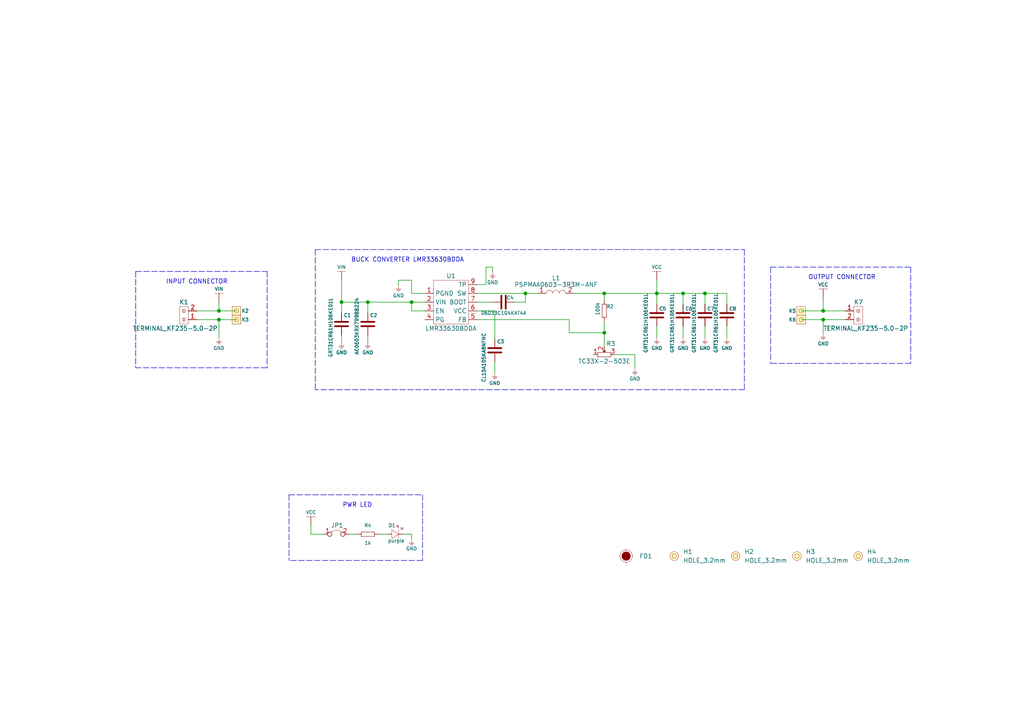
<source format=kicad_sch>
(kicad_sch (version 20210126) (generator eeschema)

  (paper "A4")

  (lib_symbols
    (symbol "e-radionica.com schematics:0402LED" (pin_numbers hide) (pin_names (offset 0.254) hide) (in_bom yes) (on_board yes)
      (property "Reference" "D" (id 0) (at -0.635 2.54 0)
        (effects (font (size 1 1)))
      )
      (property "Value" "0402LED" (id 1) (at 0 -2.54 0)
        (effects (font (size 1 1)))
      )
      (property "Footprint" "e-radionica.com footprinti:0402LED" (id 2) (at 0 5.08 0)
        (effects (font (size 1 1)) hide)
      )
      (property "Datasheet" "" (id 3) (at 0 0 0)
        (effects (font (size 1 1)) hide)
      )
      (symbol "0402LED_0_1"
        (polyline
          (pts
            (xy -0.635 1.27)
            (xy -0.635 -1.27)
            (xy 1.27 0)
          )
          (stroke (width 0.0006)) (fill (type none))
        )
        (polyline
          (pts
            (xy -0.635 1.27)
            (xy 1.27 0)
          )
          (stroke (width 0.0006)) (fill (type none))
        )
        (polyline
          (pts
            (xy 1.27 1.27)
            (xy 1.27 -1.27)
          )
          (stroke (width 0.0006)) (fill (type none))
        )
        (polyline
          (pts
            (xy 0.635 1.905)
            (xy 1.27 2.54)
          )
          (stroke (width 0.0006)) (fill (type none))
        )
        (polyline
          (pts
            (xy 1.905 1.27)
            (xy 2.54 1.905)
          )
          (stroke (width 0.0006)) (fill (type none))
        )
        (polyline
          (pts
            (xy 2.54 1.905)
            (xy 1.905 1.905)
            (xy 2.54 1.27)
            (xy 2.54 1.905)
          )
          (stroke (width 0.0006)) (fill (type none))
        )
        (polyline
          (pts
            (xy 1.27 2.54)
            (xy 0.635 2.54)
            (xy 1.27 1.905)
            (xy 1.27 2.54)
          )
          (stroke (width 0.0006)) (fill (type none))
        )
      )
      (symbol "0402LED_1_1"
        (pin passive line (at -1.905 0 0) (length 1.27)
          (name "A" (effects (font (size 1.27 1.27))))
          (number "1" (effects (font (size 1.27 1.27))))
        )
        (pin passive line (at 2.54 0 180) (length 1.27)
          (name "K" (effects (font (size 1.27 1.27))))
          (number "2" (effects (font (size 1.27 1.27))))
        )
      )
    )
    (symbol "e-radionica.com schematics:0402R" (pin_numbers hide) (pin_names (offset 0.254)) (in_bom yes) (on_board yes)
      (property "Reference" "R" (id 0) (at -1.905 1.27 0)
        (effects (font (size 1 1)))
      )
      (property "Value" "0402R" (id 1) (at 0 -1.27 0)
        (effects (font (size 1 1)))
      )
      (property "Footprint" "e-radionica.com footprinti:0402R" (id 2) (at -2.54 1.905 0)
        (effects (font (size 1 1)) hide)
      )
      (property "Datasheet" "" (id 3) (at -2.54 1.905 0)
        (effects (font (size 1 1)) hide)
      )
      (symbol "0402R_0_1"
        (rectangle (start -1.905 0.635) (end -1.8796 -0.635)
          (stroke (width 0.1)) (fill (type none))
        )
        (rectangle (start -1.905 0.635) (end 1.905 0.6096)
          (stroke (width 0.1)) (fill (type none))
        )
        (rectangle (start -1.905 -0.635) (end 1.905 -0.6604)
          (stroke (width 0.1)) (fill (type none))
        )
        (rectangle (start 1.905 0.635) (end 1.9304 -0.635)
          (stroke (width 0.1)) (fill (type none))
        )
      )
      (symbol "0402R_1_1"
        (pin passive line (at -3.175 0 0) (length 1.27)
          (name "~" (effects (font (size 1.27 1.27))))
          (number "1" (effects (font (size 1.27 1.27))))
        )
        (pin passive line (at 3.175 0 180) (length 1.27)
          (name "~" (effects (font (size 1.27 1.27))))
          (number "2" (effects (font (size 1.27 1.27))))
        )
      )
    )
    (symbol "e-radionica.com schematics:0603C" (pin_numbers hide) (pin_names (offset 0.002)) (in_bom yes) (on_board yes)
      (property "Reference" "C" (id 0) (at -0.635 3.175 0)
        (effects (font (size 1 1)))
      )
      (property "Value" "0603C" (id 1) (at 0 -3.175 0)
        (effects (font (size 1 1)))
      )
      (property "Footprint" "e-radionica.com footprinti:0603C" (id 2) (at 0 0 0)
        (effects (font (size 1 1)) hide)
      )
      (property "Datasheet" "" (id 3) (at 0 0 0)
        (effects (font (size 1 1)) hide)
      )
      (symbol "0603C_0_1"
        (polyline
          (pts
            (xy -0.635 1.905)
            (xy -0.635 -1.905)
          )
          (stroke (width 0.5)) (fill (type none))
        )
        (polyline
          (pts
            (xy 0.635 1.905)
            (xy 0.635 -1.905)
          )
          (stroke (width 0.5)) (fill (type none))
        )
      )
      (symbol "0603C_1_1"
        (pin passive line (at 3.175 0 180) (length 2.54)
          (name "~" (effects (font (size 1.27 1.27))))
          (number "2" (effects (font (size 1.27 1.27))))
        )
        (pin passive line (at -3.175 0 0) (length 2.54)
          (name "~" (effects (font (size 1.27 1.27))))
          (number "1" (effects (font (size 1.27 1.27))))
        )
      )
    )
    (symbol "e-radionica.com schematics:0603R" (pin_numbers hide) (pin_names (offset 0.254)) (in_bom yes) (on_board yes)
      (property "Reference" "R" (id 0) (at -1.905 1.905 0)
        (effects (font (size 1 1)))
      )
      (property "Value" "0603R" (id 1) (at 0 -1.905 0)
        (effects (font (size 1 1)))
      )
      (property "Footprint" "e-radionica.com footprinti:0603R" (id 2) (at -0.635 1.905 0)
        (effects (font (size 1 1)) hide)
      )
      (property "Datasheet" "" (id 3) (at -0.635 1.905 0)
        (effects (font (size 1 1)) hide)
      )
      (symbol "0603R_0_1"
        (rectangle (start -1.905 0.635) (end -1.8796 -0.635)
          (stroke (width 0.1)) (fill (type none))
        )
        (rectangle (start -1.905 0.635) (end 1.905 0.6096)
          (stroke (width 0.1)) (fill (type none))
        )
        (rectangle (start -1.905 -0.635) (end 1.905 -0.6604)
          (stroke (width 0.1)) (fill (type none))
        )
        (rectangle (start 1.905 0.635) (end 1.9304 -0.635)
          (stroke (width 0.1)) (fill (type none))
        )
      )
      (symbol "0603R_1_1"
        (pin passive line (at -3.175 0 0) (length 1.27)
          (name "~" (effects (font (size 1.27 1.27))))
          (number "1" (effects (font (size 1.27 1.27))))
        )
        (pin passive line (at 3.175 0 180) (length 1.27)
          (name "~" (effects (font (size 1.27 1.27))))
          (number "2" (effects (font (size 1.27 1.27))))
        )
      )
    )
    (symbol "e-radionica.com schematics:1206C" (pin_numbers hide) (in_bom yes) (on_board yes)
      (property "Reference" "C" (id 0) (at -0.635 3.175 0)
        (effects (font (size 1 1)))
      )
      (property "Value" "1206C" (id 1) (at 0 -3.175 0)
        (effects (font (size 1 1)))
      )
      (property "Footprint" "e-radionica.com footprinti:1206C" (id 2) (at 0 0 0)
        (effects (font (size 1 1)) hide)
      )
      (property "Datasheet" "" (id 3) (at 0 0 0)
        (effects (font (size 1 1)) hide)
      )
      (symbol "1206C_0_1"
        (polyline
          (pts
            (xy -0.635 1.905)
            (xy -0.635 -1.905)
          )
          (stroke (width 0.5)) (fill (type none))
        )
        (polyline
          (pts
            (xy 0.635 1.905)
            (xy 0.635 -1.905)
          )
          (stroke (width 0.5)) (fill (type none))
        )
      )
      (symbol "1206C_1_1"
        (pin passive line (at 3.175 0 180) (length 2.54)
          (name "~" (effects (font (size 1.27 1.27))))
          (number "2" (effects (font (size 1.27 1.27))))
        )
        (pin passive line (at -3.175 0 0) (length 2.54)
          (name "~" (effects (font (size 1.27 1.27))))
          (number "1" (effects (font (size 1.27 1.27))))
        )
      )
    )
    (symbol "e-radionica.com schematics:Fiducial_Stencil" (pin_numbers hide) (pin_names hide) (in_bom yes) (on_board yes)
      (property "Reference" "FD?" (id 0) (at 0 3.048 0)
        (effects (font (size 1.27 1.27)))
      )
      (property "Value" "Fiducial_Stencil" (id 1) (at 0 -2.794 0)
        (effects (font (size 1.27 1.27)) hide)
      )
      (property "Footprint" "e-radionica.com footprinti:FIDUCIAL_1MM_PASTE" (id 2) (at 0 -6.35 0)
        (effects (font (size 1.27 1.27)) hide)
      )
      (property "Datasheet" "" (id 3) (at 0 0 0)
        (effects (font (size 1.27 1.27)) hide)
      )
      (symbol "Fiducial_Stencil_0_1"
        (circle (center 0 0) (radius 1.7961) (stroke (width 0.0006)) (fill (type none)))
        (circle (center 0 0) (radius 1.27) (stroke (width 0.001)) (fill (type outline)))
        (polyline
          (pts
            (xy 1.778 0)
            (xy 2.032 0)
          )
          (stroke (width 0.0006)) (fill (type none))
        )
        (polyline
          (pts
            (xy 0 1.778)
            (xy 0 2.032)
          )
          (stroke (width 0.0006)) (fill (type none))
        )
        (polyline
          (pts
            (xy -1.778 0)
            (xy -2.032 0)
          )
          (stroke (width 0.0006)) (fill (type none))
        )
        (polyline
          (pts
            (xy 0 -1.778)
            (xy 0 -2.032)
          )
          (stroke (width 0.0006)) (fill (type none))
        )
      )
    )
    (symbol "e-radionica.com schematics:GND" (power) (pin_names (offset 0)) (in_bom yes) (on_board yes)
      (property "Reference" "#PWR" (id 0) (at 4.445 0 0)
        (effects (font (size 1 1)) hide)
      )
      (property "Value" "GND" (id 1) (at 0 -2.921 0)
        (effects (font (size 1 1)))
      )
      (property "Footprint" "" (id 2) (at 4.445 3.81 0)
        (effects (font (size 1 1)) hide)
      )
      (property "Datasheet" "" (id 3) (at 4.445 3.81 0)
        (effects (font (size 1 1)) hide)
      )
      (property "ki_keywords" "power-flag" (id 4) (at 0 0 0)
        (effects (font (size 1.27 1.27)) hide)
      )
      (property "ki_description" "Power symbol creates a global label with name \"+3V3\"" (id 5) (at 0 0 0)
        (effects (font (size 1.27 1.27)) hide)
      )
      (symbol "GND_0_1"
        (polyline
          (pts
            (xy 0 0)
            (xy 0 -1.27)
          )
          (stroke (width 0.0006)) (fill (type none))
        )
        (polyline
          (pts
            (xy -0.762 -1.27)
            (xy 0.762 -1.27)
          )
          (stroke (width 0.0006)) (fill (type none))
        )
        (polyline
          (pts
            (xy -0.381 -1.778)
            (xy 0.381 -1.778)
          )
          (stroke (width 0.0006)) (fill (type none))
        )
        (polyline
          (pts
            (xy -0.127 -2.032)
            (xy 0.127 -2.032)
          )
          (stroke (width 0.0006)) (fill (type none))
        )
        (polyline
          (pts
            (xy -0.635 -1.524)
            (xy 0.635 -1.524)
          )
          (stroke (width 0.0006)) (fill (type none))
        )
      )
      (symbol "GND_1_1"
        (pin power_in line (at 0 0 270) (length 0) hide
          (name "GND" (effects (font (size 1.27 1.27))))
          (number "1" (effects (font (size 1.27 1.27))))
        )
      )
    )
    (symbol "e-radionica.com schematics:GND_3" (power) (pin_names (offset 0)) (in_bom yes) (on_board yes)
      (property "Reference" "#PWR" (id 0) (at 4.445 0 0)
        (effects (font (size 1 1)) hide)
      )
      (property "Value" "GND" (id 1) (at 0 -2.921 0)
        (effects (font (size 1 1)))
      )
      (property "Footprint" "" (id 2) (at 4.445 3.81 0)
        (effects (font (size 1 1)) hide)
      )
      (property "Datasheet" "" (id 3) (at 4.445 3.81 0)
        (effects (font (size 1 1)) hide)
      )
      (property "ki_keywords" "power-flag" (id 4) (at 0 0 0)
        (effects (font (size 1.27 1.27)) hide)
      )
      (property "ki_description" "Power symbol creates a global label with name \"+3V3\"" (id 5) (at 0 0 0)
        (effects (font (size 1.27 1.27)) hide)
      )
      (symbol "GND_3_0_1"
        (polyline
          (pts
            (xy 0 0)
            (xy 0 -1.27)
          )
          (stroke (width 0.0006)) (fill (type none))
        )
        (polyline
          (pts
            (xy -0.762 -1.27)
            (xy 0.762 -1.27)
          )
          (stroke (width 0.0006)) (fill (type none))
        )
        (polyline
          (pts
            (xy -0.381 -1.778)
            (xy 0.381 -1.778)
          )
          (stroke (width 0.0006)) (fill (type none))
        )
        (polyline
          (pts
            (xy -0.127 -2.032)
            (xy 0.127 -2.032)
          )
          (stroke (width 0.0006)) (fill (type none))
        )
        (polyline
          (pts
            (xy -0.635 -1.524)
            (xy 0.635 -1.524)
          )
          (stroke (width 0.0006)) (fill (type none))
        )
      )
      (symbol "GND_3_1_1"
        (pin power_in line (at 0 0 270) (length 0) hide
          (name "GND" (effects (font (size 1.27 1.27))))
          (number "1" (effects (font (size 1.27 1.27))))
        )
      )
    )
    (symbol "e-radionica.com schematics:HEADER_MALE_1X1" (pin_numbers hide) (pin_names hide) (in_bom yes) (on_board yes)
      (property "Reference" "K" (id 0) (at -0.635 2.54 0)
        (effects (font (size 1 1)))
      )
      (property "Value" "HEADER_MALE_1X1" (id 1) (at 0 -2.54 0)
        (effects (font (size 1 1)))
      )
      (property "Footprint" "e-radionica.com footprinti:HEADER_MALE_1X1" (id 2) (at 0 0 0)
        (effects (font (size 1 1)) hide)
      )
      (property "Datasheet" "" (id 3) (at 0 0 0)
        (effects (font (size 1 1)) hide)
      )
      (symbol "HEADER_MALE_1X1_0_1"
        (circle (center 0 0) (radius 0.635) (stroke (width 0.0006)) (fill (type none)))
        (rectangle (start -1.27 1.27) (end 1.27 -1.27)
          (stroke (width 0.001)) (fill (type background))
        )
      )
      (symbol "HEADER_MALE_1X1_1_1"
        (pin passive line (at 0 0 180) (length 0)
          (name "~" (effects (font (size 1 1))))
          (number "1" (effects (font (size 1 1))))
        )
      )
    )
    (symbol "e-radionica.com schematics:HOLE_3.2mm" (pin_numbers hide) (pin_names hide) (in_bom yes) (on_board yes)
      (property "Reference" "H" (id 0) (at 0 2.54 0)
        (effects (font (size 1.27 1.27)))
      )
      (property "Value" "HOLE_3.2mm" (id 1) (at 0 -2.54 0)
        (effects (font (size 1.27 1.27)))
      )
      (property "Footprint" "e-radionica.com footprinti:HOLE_3.2mm" (id 2) (at 0 0 0)
        (effects (font (size 1.27 1.27)) hide)
      )
      (property "Datasheet" "" (id 3) (at 0 0 0)
        (effects (font (size 1.27 1.27)) hide)
      )
      (symbol "HOLE_3.2mm_0_1"
        (circle (center 0 0) (radius 1.27) (stroke (width 0.001)) (fill (type background)))
        (circle (center 0 0) (radius 0.635) (stroke (width 0.0006)) (fill (type none)))
      )
    )
    (symbol "e-radionica.com schematics:LMR33630" (in_bom yes) (on_board yes)
      (property "Reference" "U" (id 0) (at 0 8.89 0)
        (effects (font (size 1.27 1.27)))
      )
      (property "Value" "LMR33630" (id 1) (at 0 -6.35 0)
        (effects (font (size 1.27 1.27)))
      )
      (property "Footprint" "e-radionica.com footprinti:SOIC-8_POWERPAD" (id 2) (at 0 -8.89 0)
        (effects (font (size 1.27 1.27)) hide)
      )
      (property "Datasheet" "" (id 3) (at 0 0 0)
        (effects (font (size 1.27 1.27)) hide)
      )
      (symbol "LMR33630_0_1"
        (rectangle (start -5.08 7.62) (end 5.08 -5.08)
          (stroke (width 0.0006)) (fill (type none))
        )
      )
      (symbol "LMR33630_1_1"
        (pin power_in line (at -7.62 3.81 0) (length 2.54)
          (name "PGND" (effects (font (size 1.27 1.27))))
          (number "1" (effects (font (size 1.27 1.27))))
        )
        (pin power_in line (at -7.62 1.27 0) (length 2.54)
          (name "VIN" (effects (font (size 1.27 1.27))))
          (number "2" (effects (font (size 1.27 1.27))))
        )
        (pin input line (at -7.62 -1.27 0) (length 2.54)
          (name "EN" (effects (font (size 1.27 1.27))))
          (number "3" (effects (font (size 1.27 1.27))))
        )
        (pin bidirectional line (at -7.62 -3.81 0) (length 2.54)
          (name "PG" (effects (font (size 1.27 1.27))))
          (number "4" (effects (font (size 1.27 1.27))))
        )
        (pin input line (at 7.62 -3.81 180) (length 2.54)
          (name "FB" (effects (font (size 1.27 1.27))))
          (number "5" (effects (font (size 1.27 1.27))))
        )
        (pin power_in line (at 7.62 -1.27 180) (length 2.54)
          (name "VCC" (effects (font (size 1.27 1.27))))
          (number "6" (effects (font (size 1.27 1.27))))
        )
        (pin bidirectional line (at 7.62 1.27 180) (length 2.54)
          (name "BOOT" (effects (font (size 1.27 1.27))))
          (number "7" (effects (font (size 1.27 1.27))))
        )
        (pin power_in line (at 7.62 3.81 180) (length 2.54)
          (name "SW" (effects (font (size 1.27 1.27))))
          (number "8" (effects (font (size 1.27 1.27))))
        )
        (pin power_in line (at 7.62 6.35 180) (length 2.54)
          (name "TP" (effects (font (size 1.27 1.27))))
          (number "9" (effects (font (size 1.27 1.27))))
        )
      )
    )
    (symbol "e-radionica.com schematics:PSPMAA0603-6R8M-ANF" (in_bom yes) (on_board yes)
      (property "Reference" "L" (id 0) (at 0 2.54 0)
        (effects (font (size 1.27 1.27)))
      )
      (property "Value" "PSPMAA0603-6R8M-ANF" (id 1) (at 0 -2.54 0)
        (effects (font (size 1.27 1.27)))
      )
      (property "Footprint" "e-radionica.com footprinti:Inductor_SMD_7x6.6" (id 2) (at 1.27 -5.08 0)
        (effects (font (size 1.27 1.27)) hide)
      )
      (property "Datasheet" "" (id 3) (at 0 0 0)
        (effects (font (size 1.27 1.27)) hide)
      )
      (symbol "PSPMAA0603-6R8M-ANF_0_1"
        (arc (start -2.921 0) (end -1.016 0) (radius (at -1.9685 -0.0138) (length 0.9526) (angles 179.2 0.8))
          (stroke (width 0.0006)) (fill (type none))
        )
        (arc (start -1.016 0) (end 0.889 0) (radius (at -0.0635 -0.0138) (length 0.9526) (angles 179.2 0.8))
          (stroke (width 0.0006)) (fill (type none))
        )
        (arc (start 0.889 0) (end 2.794 0) (radius (at 1.8415 -0.0138) (length 0.9526) (angles 179.2 0.8))
          (stroke (width 0.0006)) (fill (type none))
        )
      )
      (symbol "PSPMAA0603-6R8M-ANF_1_1"
        (pin passive line (at -5.461 0 0) (length 2.54)
          (name "" (effects (font (size 1.27 1.27))))
          (number "1" (effects (font (size 1.27 1.27))))
        )
        (pin passive line (at 5.334 0 180) (length 2.54)
          (name "" (effects (font (size 1.27 1.27))))
          (number "2" (effects (font (size 1.27 1.27))))
        )
      )
    )
    (symbol "e-radionica.com schematics:SMD-JUMPER-CONNECTED_TRACE_NOSLODERMASK" (in_bom yes) (on_board yes)
      (property "Reference" "JP" (id 0) (at 0 3.556 0)
        (effects (font (size 1.27 1.27)))
      )
      (property "Value" "SMD-JUMPER-CONNECTED_TRACE_NOSLODERMASK" (id 1) (at 0 -2.54 0)
        (effects (font (size 1.27 1.27)))
      )
      (property "Footprint" "e-radionica.com footprinti:SMD-JUMPER-CONNECTED_TRACE_NOSLODERMASK" (id 2) (at 0 0 0)
        (effects (font (size 1.27 1.27)) hide)
      )
      (property "Datasheet" "" (id 3) (at 0 0 0)
        (effects (font (size 1.27 1.27)) hide)
      )
      (symbol "SMD-JUMPER-CONNECTED_TRACE_NOSLODERMASK_0_1"
        (arc (start -1.8034 0.5588) (end 1.397 0.5842) (radius (at -0.1875 -1.4124) (length 2.5489) (angles 129.3 51.6))
          (stroke (width 0.0006)) (fill (type none))
        )
      )
      (symbol "SMD-JUMPER-CONNECTED_TRACE_NOSLODERMASK_1_1"
        (pin passive inverted (at -4.064 0 0) (length 2.54)
          (name "" (effects (font (size 1.27 1.27))))
          (number "1" (effects (font (size 1.27 1.27))))
        )
        (pin passive inverted (at 3.556 0 180) (length 2.54)
          (name "" (effects (font (size 1.27 1.27))))
          (number "2" (effects (font (size 1.27 1.27))))
        )
      )
    )
    (symbol "e-radionica.com schematics:TERMINAL_KF235-5.0-2P" (in_bom yes) (on_board yes)
      (property "Reference" "K" (id 0) (at 0 3.81 0)
        (effects (font (size 1.27 1.27)))
      )
      (property "Value" "TERMINAL_KF235-5.0-2P" (id 1) (at 0 -3.81 0)
        (effects (font (size 1.27 1.27)))
      )
      (property "Footprint" "e-radionica.com footprinti:TERMINAL_KF235-5.0-2P" (id 2) (at 0 0 0)
        (effects (font (size 1.27 1.27)) hide)
      )
      (property "Datasheet" "" (id 3) (at 0 0 0)
        (effects (font (size 1.27 1.27)) hide)
      )
      (symbol "TERMINAL_KF235-5.0-2P_0_1"
        (circle (center 0 1.27) (radius 0.508) (stroke (width 0.0006)) (fill (type none)))
        (circle (center 0 -1.27) (radius 0.508) (stroke (width 0.0006)) (fill (type none)))
        (rectangle (start -1.27 2.54) (end 1.27 -2.54)
          (stroke (width 0.0006)) (fill (type none))
        )
        (polyline
          (pts
            (xy 0 -0.762)
            (xy 0 -1.778)
          )
          (stroke (width 0.0006)) (fill (type none))
        )
        (polyline
          (pts
            (xy -0.254 -1.27)
            (xy 0.254 -1.27)
          )
          (stroke (width 0.0006)) (fill (type none))
        )
        (polyline
          (pts
            (xy 0 1.778)
            (xy 0 0.762)
          )
          (stroke (width 0.0006)) (fill (type none))
        )
        (polyline
          (pts
            (xy -0.254 1.27)
            (xy 0.254 1.27)
          )
          (stroke (width 0.0006)) (fill (type none))
        )
      )
      (symbol "TERMINAL_KF235-5.0-2P_1_1"
        (pin input line (at -3.81 1.27 0) (length 2.54)
          (name "~" (effects (font (size 1.27 1.27))))
          (number "1" (effects (font (size 1.27 1.27))))
        )
        (pin input line (at -3.81 -1.27 0) (length 2.54)
          (name "~" (effects (font (size 1.27 1.27))))
          (number "2" (effects (font (size 1.27 1.27))))
        )
      )
    )
    (symbol "e-radionica.com schematics:VCC" (power) (pin_names (offset 0)) (in_bom yes) (on_board yes)
      (property "Reference" "#PWR" (id 0) (at 4.445 0 0)
        (effects (font (size 1 1)) hide)
      )
      (property "Value" "VCC" (id 1) (at 0 3.556 0)
        (effects (font (size 1 1)))
      )
      (property "Footprint" "" (id 2) (at 4.445 3.81 0)
        (effects (font (size 1 1)) hide)
      )
      (property "Datasheet" "" (id 3) (at 4.445 3.81 0)
        (effects (font (size 1 1)) hide)
      )
      (property "ki_keywords" "power-flag" (id 4) (at 0 0 0)
        (effects (font (size 1.27 1.27)) hide)
      )
      (property "ki_description" "Power symbol creates a global label with name \"+3V3\"" (id 5) (at 0 0 0)
        (effects (font (size 1.27 1.27)) hide)
      )
      (symbol "VCC_0_1"
        (polyline
          (pts
            (xy 0 0)
            (xy 0 2.54)
          )
          (stroke (width 0)) (fill (type none))
        )
        (polyline
          (pts
            (xy -1.27 2.54)
            (xy 1.27 2.54)
          )
          (stroke (width 0.0006)) (fill (type none))
        )
      )
      (symbol "VCC_1_1"
        (pin power_in line (at 0 0 90) (length 0) hide
          (name "VCC" (effects (font (size 1.27 1.27))))
          (number "1" (effects (font (size 1.27 1.27))))
        )
      )
    )
    (symbol "e-radionica.com schematics:VIN" (power) (pin_names (offset 0)) (in_bom yes) (on_board yes)
      (property "Reference" "#PWR" (id 0) (at 4.445 0 0)
        (effects (font (size 1 1)) hide)
      )
      (property "Value" "VIN" (id 1) (at 0 3.556 0)
        (effects (font (size 1 1)))
      )
      (property "Footprint" "" (id 2) (at 4.445 3.81 0)
        (effects (font (size 1 1)) hide)
      )
      (property "Datasheet" "" (id 3) (at 4.445 3.81 0)
        (effects (font (size 1 1)) hide)
      )
      (property "ki_keywords" "power-flag" (id 4) (at 0 0 0)
        (effects (font (size 1.27 1.27)) hide)
      )
      (property "ki_description" "Power symbol creates a global label with name \"+3V3\"" (id 5) (at 0 0 0)
        (effects (font (size 1.27 1.27)) hide)
      )
      (symbol "VIN_0_1"
        (polyline
          (pts
            (xy 0 0)
            (xy 0 2.54)
          )
          (stroke (width 0)) (fill (type none))
        )
        (polyline
          (pts
            (xy -1.27 2.54)
            (xy 1.27 2.54)
          )
          (stroke (width 0.0006)) (fill (type none))
        )
      )
      (symbol "VIN_1_1"
        (pin power_in line (at 0 0 90) (length 0) hide
          (name "VIN" (effects (font (size 1.27 1.27))))
          (number "1" (effects (font (size 1.27 1.27))))
        )
      )
    )
    (symbol "e-radionica.com schematics:tc33x-2-103e" (in_bom yes) (on_board yes)
      (property "Reference" "R" (id 0) (at -1.778 3.302 0)
        (effects (font (size 1.27 1.27)))
      )
      (property "Value" "tc33x-2-103e" (id 1) (at 0 -2.54 0)
        (effects (font (size 1.27 1.27)))
      )
      (property "Footprint" "e-radionica.com footprinti:tc33x-2-103e" (id 2) (at 0 -5.08 0)
        (effects (font (size 1.27 1.27)) hide)
      )
      (property "Datasheet" "" (id 3) (at -0.0508 -0.0508 0)
        (effects (font (size 1.27 1.27)) hide)
      )
      (symbol "tc33x-2-103e_0_1"
        (rectangle (start -1.905 0.635) (end -1.8796 -0.635)
          (stroke (width 0.1)) (fill (type none))
        )
        (rectangle (start -1.905 0.635) (end 1.905 0.6096)
          (stroke (width 0.1)) (fill (type none))
        )
        (rectangle (start -1.905 -0.635) (end 1.905 -0.6604)
          (stroke (width 0.1)) (fill (type none))
        )
        (rectangle (start 1.905 0.635) (end 1.9304 -0.635)
          (stroke (width 0.1)) (fill (type none))
        )
        (polyline
          (pts
            (xy -0.4318 1.1684)
            (xy 0.4826 1.1684)
            (xy 0 0.635)
            (xy -0.4064 1.0922)
            (xy -0.4826 1.1684)
            (xy 0 0.7874)
            (xy 0.3048 1.1176)
            (xy -0.254 1.0668)
            (xy 0.0254 0.8636)
            (xy 0.0762 1.0414)
            (xy -0.0254 0.9652)
          )
          (stroke (width 0.0006)) (fill (type none))
        )
      )
      (symbol "tc33x-2-103e_1_1"
        (pin passive line (at -3.175 0 0) (length 1.27)
          (name "~" (effects (font (size 1.27 1.27))))
          (number "1" (effects (font (size 1.27 1.27))))
        )
        (pin passive line (at 3.175 0.0002 180) (length 1.27)
          (name "~" (effects (font (size 1.27 1.27))))
          (number "3" (effects (font (size 1.27 1.27))))
        )
        (pin passive line (at 0 2.4892 270) (length 1.27)
          (name "" (effects (font (size 1.27 1.27))))
          (number "2" (effects (font (size 1.27 1.27))))
        )
      )
    )
  )

  (junction (at 63.5 90.17) (diameter 0.9144) (color 0 0 0 0))
  (junction (at 63.5 92.71) (diameter 0.9144) (color 0 0 0 0))
  (junction (at 99.06 87.63) (diameter 0.9144) (color 0 0 0 0))
  (junction (at 106.68 87.63) (diameter 0.9144) (color 0 0 0 0))
  (junction (at 119.38 87.63) (diameter 0.9144) (color 0 0 0 0))
  (junction (at 152.4 85.09) (diameter 0.9144) (color 0 0 0 0))
  (junction (at 175.26 85.09) (diameter 0.9144) (color 0 0 0 0))
  (junction (at 175.26 96.52) (diameter 0.9144) (color 0 0 0 0))
  (junction (at 190.5 85.09) (diameter 0.9144) (color 0 0 0 0))
  (junction (at 198.12 85.09) (diameter 0.9144) (color 0 0 0 0))
  (junction (at 204.47 85.09) (diameter 0.9144) (color 0 0 0 0))
  (junction (at 238.76 90.17) (diameter 0.9144) (color 0 0 0 0))
  (junction (at 238.76 92.71) (diameter 0.9144) (color 0 0 0 0))

  (wire (pts (xy 57.15 90.17) (xy 63.5 90.17))
    (stroke (width 0) (type solid) (color 0 0 0 0))
    (uuid 313a0472-0a16-4a09-a24c-530e5c256ed0)
  )
  (wire (pts (xy 57.15 92.71) (xy 63.5 92.71))
    (stroke (width 0) (type solid) (color 0 0 0 0))
    (uuid e7d80ce1-833d-45df-8d84-aaa3bbafa8b3)
  )
  (wire (pts (xy 63.5 90.17) (xy 63.5 87.63))
    (stroke (width 0) (type solid) (color 0 0 0 0))
    (uuid 313a0472-0a16-4a09-a24c-530e5c256ed0)
  )
  (wire (pts (xy 63.5 90.17) (xy 68.58 90.17))
    (stroke (width 0) (type solid) (color 0 0 0 0))
    (uuid f756fc2f-9c00-4cd9-a825-f8e347ad9c38)
  )
  (wire (pts (xy 63.5 92.71) (xy 63.5 97.79))
    (stroke (width 0) (type solid) (color 0 0 0 0))
    (uuid e7d80ce1-833d-45df-8d84-aaa3bbafa8b3)
  )
  (wire (pts (xy 63.5 92.71) (xy 68.58 92.71))
    (stroke (width 0) (type solid) (color 0 0 0 0))
    (uuid 0ee5da4d-caab-40e7-851c-41d1f9d03c61)
  )
  (wire (pts (xy 90.17 154.94) (xy 90.17 152.4))
    (stroke (width 0) (type solid) (color 0 0 0 0))
    (uuid 7e14b110-ffd1-45a4-bc11-6e02aabe944e)
  )
  (wire (pts (xy 90.17 154.94) (xy 93.726 154.94))
    (stroke (width 0) (type solid) (color 0 0 0 0))
    (uuid ddffabe2-e41b-42a6-a1fc-d35af64427bf)
  )
  (wire (pts (xy 99.06 87.63) (xy 99.06 81.28))
    (stroke (width 0) (type solid) (color 0 0 0 0))
    (uuid 055a0575-fe37-4eb6-bd9b-ee0a0783423b)
  )
  (wire (pts (xy 99.06 87.63) (xy 99.06 90.805))
    (stroke (width 0) (type solid) (color 0 0 0 0))
    (uuid ba64ebb9-c956-4207-881a-24025db60ebe)
  )
  (wire (pts (xy 99.06 97.155) (xy 99.06 99.06))
    (stroke (width 0) (type solid) (color 0 0 0 0))
    (uuid 7f540012-2d8c-466f-a79c-12d65919859b)
  )
  (wire (pts (xy 101.346 154.94) (xy 103.505 154.94))
    (stroke (width 0) (type solid) (color 0 0 0 0))
    (uuid 75901d40-68bf-4305-baa1-a6ab3aa76bd7)
  )
  (wire (pts (xy 106.68 87.63) (xy 99.06 87.63))
    (stroke (width 0) (type solid) (color 0 0 0 0))
    (uuid 055a0575-fe37-4eb6-bd9b-ee0a0783423b)
  )
  (wire (pts (xy 106.68 87.63) (xy 106.68 90.805))
    (stroke (width 0) (type solid) (color 0 0 0 0))
    (uuid 76dea533-ab3f-4e77-9a6d-c1f47e138251)
  )
  (wire (pts (xy 106.68 97.155) (xy 106.68 99.06))
    (stroke (width 0) (type solid) (color 0 0 0 0))
    (uuid 8c21c49e-d0be-487f-8c9c-a9a1741ea248)
  )
  (wire (pts (xy 109.855 154.94) (xy 112.395 154.94))
    (stroke (width 0) (type solid) (color 0 0 0 0))
    (uuid b5eed650-00aa-4f73-ad1e-aeaac1bb60b7)
  )
  (wire (pts (xy 115.57 81.28) (xy 115.57 82.55))
    (stroke (width 0) (type solid) (color 0 0 0 0))
    (uuid 5c438958-9220-4052-8115-ea4b74ebd78a)
  )
  (wire (pts (xy 119.38 81.28) (xy 115.57 81.28))
    (stroke (width 0) (type solid) (color 0 0 0 0))
    (uuid 5c438958-9220-4052-8115-ea4b74ebd78a)
  )
  (wire (pts (xy 119.38 85.09) (xy 119.38 81.28))
    (stroke (width 0) (type solid) (color 0 0 0 0))
    (uuid 5c438958-9220-4052-8115-ea4b74ebd78a)
  )
  (wire (pts (xy 119.38 87.63) (xy 106.68 87.63))
    (stroke (width 0) (type solid) (color 0 0 0 0))
    (uuid 055a0575-fe37-4eb6-bd9b-ee0a0783423b)
  )
  (wire (pts (xy 119.38 90.17) (xy 119.38 87.63))
    (stroke (width 0) (type solid) (color 0 0 0 0))
    (uuid 9cd20e60-f506-4335-8e0c-b915bfca228b)
  )
  (wire (pts (xy 119.38 154.94) (xy 116.84 154.94))
    (stroke (width 0) (type solid) (color 0 0 0 0))
    (uuid cd09ed59-b750-4aed-9358-3611b760b4f1)
  )
  (wire (pts (xy 119.38 154.94) (xy 119.38 156.21))
    (stroke (width 0) (type solid) (color 0 0 0 0))
    (uuid 064e42af-b376-4eab-91c5-7c52df993866)
  )
  (wire (pts (xy 123.19 85.09) (xy 119.38 85.09))
    (stroke (width 0) (type solid) (color 0 0 0 0))
    (uuid 5c438958-9220-4052-8115-ea4b74ebd78a)
  )
  (wire (pts (xy 123.19 87.63) (xy 119.38 87.63))
    (stroke (width 0) (type solid) (color 0 0 0 0))
    (uuid 055a0575-fe37-4eb6-bd9b-ee0a0783423b)
  )
  (wire (pts (xy 123.19 90.17) (xy 119.38 90.17))
    (stroke (width 0) (type solid) (color 0 0 0 0))
    (uuid 9cd20e60-f506-4335-8e0c-b915bfca228b)
  )
  (wire (pts (xy 138.43 82.55) (xy 140.97 82.55))
    (stroke (width 0) (type solid) (color 0 0 0 0))
    (uuid 03967630-ef1b-4582-bc54-ac2464f76128)
  )
  (wire (pts (xy 138.43 85.09) (xy 152.4 85.09))
    (stroke (width 0) (type solid) (color 0 0 0 0))
    (uuid 80ab2623-8b1f-42bd-8d03-9d4b0d4ad1ae)
  )
  (wire (pts (xy 138.43 87.63) (xy 142.875 87.63))
    (stroke (width 0) (type solid) (color 0 0 0 0))
    (uuid e48ce2fe-acba-4f5f-99e6-b5fd726704e8)
  )
  (wire (pts (xy 138.43 92.71) (xy 165.1 92.71))
    (stroke (width 0) (type solid) (color 0 0 0 0))
    (uuid 5c174ad4-fdcb-4518-bb09-19f7f542c991)
  )
  (wire (pts (xy 140.97 77.47) (xy 142.875 77.47))
    (stroke (width 0) (type solid) (color 0 0 0 0))
    (uuid 03967630-ef1b-4582-bc54-ac2464f76128)
  )
  (wire (pts (xy 140.97 82.55) (xy 140.97 77.47))
    (stroke (width 0) (type solid) (color 0 0 0 0))
    (uuid 03967630-ef1b-4582-bc54-ac2464f76128)
  )
  (wire (pts (xy 142.875 77.47) (xy 142.875 78.74))
    (stroke (width 0) (type solid) (color 0 0 0 0))
    (uuid 03967630-ef1b-4582-bc54-ac2464f76128)
  )
  (wire (pts (xy 143.51 90.17) (xy 138.43 90.17))
    (stroke (width 0) (type solid) (color 0 0 0 0))
    (uuid 6d34b2e2-55b9-4c0c-b490-d7e7e7d9b997)
  )
  (wire (pts (xy 143.51 90.17) (xy 143.51 98.425))
    (stroke (width 0) (type solid) (color 0 0 0 0))
    (uuid 7bcfc9b4-2bbf-43dc-8d22-2be1c350aec7)
  )
  (wire (pts (xy 143.51 104.775) (xy 143.51 107.95))
    (stroke (width 0) (type solid) (color 0 0 0 0))
    (uuid ebaaf97a-7fc3-4d45-a978-26168ba812d3)
  )
  (wire (pts (xy 149.225 87.63) (xy 152.4 87.63))
    (stroke (width 0) (type solid) (color 0 0 0 0))
    (uuid f655a0e0-7e6b-4772-ba17-4b77dbd5fb8e)
  )
  (wire (pts (xy 152.4 85.09) (xy 155.829 85.09))
    (stroke (width 0) (type solid) (color 0 0 0 0))
    (uuid 80ab2623-8b1f-42bd-8d03-9d4b0d4ad1ae)
  )
  (wire (pts (xy 152.4 87.63) (xy 152.4 85.09))
    (stroke (width 0) (type solid) (color 0 0 0 0))
    (uuid f655a0e0-7e6b-4772-ba17-4b77dbd5fb8e)
  )
  (wire (pts (xy 165.1 92.71) (xy 165.1 96.52))
    (stroke (width 0) (type solid) (color 0 0 0 0))
    (uuid 5c174ad4-fdcb-4518-bb09-19f7f542c991)
  )
  (wire (pts (xy 165.1 96.52) (xy 175.26 96.52))
    (stroke (width 0) (type solid) (color 0 0 0 0))
    (uuid 5c174ad4-fdcb-4518-bb09-19f7f542c991)
  )
  (wire (pts (xy 166.624 85.09) (xy 175.26 85.09))
    (stroke (width 0) (type solid) (color 0 0 0 0))
    (uuid 4fc1b3d4-987b-401c-8d17-01fbe11bf7bf)
  )
  (wire (pts (xy 175.26 85.09) (xy 175.26 86.995))
    (stroke (width 0) (type solid) (color 0 0 0 0))
    (uuid da173c16-137f-4b95-a914-db30a74e9e93)
  )
  (wire (pts (xy 175.26 85.09) (xy 190.5 85.09))
    (stroke (width 0) (type solid) (color 0 0 0 0))
    (uuid 4fc1b3d4-987b-401c-8d17-01fbe11bf7bf)
  )
  (wire (pts (xy 175.26 93.345) (xy 175.26 96.52))
    (stroke (width 0) (type solid) (color 0 0 0 0))
    (uuid 6ad58fdc-4b3b-4a43-84ca-964b10e6d594)
  )
  (wire (pts (xy 175.26 96.52) (xy 175.26 100.3808))
    (stroke (width 0) (type solid) (color 0 0 0 0))
    (uuid 6ad58fdc-4b3b-4a43-84ca-964b10e6d594)
  )
  (wire (pts (xy 178.435 102.8698) (xy 184.15 102.8698))
    (stroke (width 0) (type solid) (color 0 0 0 0))
    (uuid 19da8cde-879e-4184-8f42-e56f6a7df088)
  )
  (wire (pts (xy 184.15 102.8698) (xy 184.15 106.68))
    (stroke (width 0) (type solid) (color 0 0 0 0))
    (uuid 19da8cde-879e-4184-8f42-e56f6a7df088)
  )
  (wire (pts (xy 190.5 81.28) (xy 190.5 85.09))
    (stroke (width 0) (type solid) (color 0 0 0 0))
    (uuid c368054d-2141-4a24-a3ba-37cbca290f0f)
  )
  (wire (pts (xy 190.5 85.09) (xy 190.5 88.265))
    (stroke (width 0) (type solid) (color 0 0 0 0))
    (uuid c368054d-2141-4a24-a3ba-37cbca290f0f)
  )
  (wire (pts (xy 190.5 94.615) (xy 190.5 97.79))
    (stroke (width 0) (type solid) (color 0 0 0 0))
    (uuid 6391c56f-96cb-4227-8548-45ecc90b58ee)
  )
  (wire (pts (xy 198.12 85.09) (xy 190.5 85.09))
    (stroke (width 0) (type solid) (color 0 0 0 0))
    (uuid 9fb5ff3b-f0f2-417e-bb2e-ab930abbf3ce)
  )
  (wire (pts (xy 198.12 88.265) (xy 198.12 85.09))
    (stroke (width 0) (type solid) (color 0 0 0 0))
    (uuid 9fb5ff3b-f0f2-417e-bb2e-ab930abbf3ce)
  )
  (wire (pts (xy 198.12 94.615) (xy 198.12 97.79))
    (stroke (width 0) (type solid) (color 0 0 0 0))
    (uuid d2c48159-5990-4fbf-ae06-e8e88444a4f7)
  )
  (wire (pts (xy 204.47 85.09) (xy 198.12 85.09))
    (stroke (width 0) (type solid) (color 0 0 0 0))
    (uuid eabd9a21-204a-4e5e-9dab-018b93bfb70e)
  )
  (wire (pts (xy 204.47 85.09) (xy 204.47 88.265))
    (stroke (width 0) (type solid) (color 0 0 0 0))
    (uuid a76a1995-168f-4102-9bf3-d3568b631e52)
  )
  (wire (pts (xy 204.47 94.615) (xy 204.47 97.79))
    (stroke (width 0) (type solid) (color 0 0 0 0))
    (uuid d4e913a0-c7e2-41df-aeab-18ea4096f729)
  )
  (wire (pts (xy 210.82 85.09) (xy 204.47 85.09))
    (stroke (width 0) (type solid) (color 0 0 0 0))
    (uuid eabd9a21-204a-4e5e-9dab-018b93bfb70e)
  )
  (wire (pts (xy 210.82 88.265) (xy 210.82 85.09))
    (stroke (width 0) (type solid) (color 0 0 0 0))
    (uuid eabd9a21-204a-4e5e-9dab-018b93bfb70e)
  )
  (wire (pts (xy 210.82 94.615) (xy 210.82 97.79))
    (stroke (width 0) (type solid) (color 0 0 0 0))
    (uuid b24859e2-a171-4132-8c3c-f093067d6353)
  )
  (wire (pts (xy 232.41 90.17) (xy 238.76 90.17))
    (stroke (width 0) (type solid) (color 0 0 0 0))
    (uuid 6807052e-0f0a-49ae-9f1b-e67d0b4e39d5)
  )
  (wire (pts (xy 232.41 92.71) (xy 238.76 92.71))
    (stroke (width 0) (type solid) (color 0 0 0 0))
    (uuid 213453e7-a659-4dc6-b0d0-d42f1a088343)
  )
  (wire (pts (xy 238.76 90.17) (xy 238.76 86.36))
    (stroke (width 0) (type solid) (color 0 0 0 0))
    (uuid 6807052e-0f0a-49ae-9f1b-e67d0b4e39d5)
  )
  (wire (pts (xy 238.76 90.17) (xy 245.11 90.17))
    (stroke (width 0) (type solid) (color 0 0 0 0))
    (uuid 5d42b89f-149b-481b-9561-d5704f078019)
  )
  (wire (pts (xy 238.76 92.71) (xy 238.76 96.52))
    (stroke (width 0) (type solid) (color 0 0 0 0))
    (uuid 213453e7-a659-4dc6-b0d0-d42f1a088343)
  )
  (wire (pts (xy 238.76 92.71) (xy 245.11 92.71))
    (stroke (width 0) (type solid) (color 0 0 0 0))
    (uuid d16bc950-36f1-4e63-8c13-b15f39df15c3)
  )
  (polyline (pts (xy 39.37 78.74) (xy 39.37 106.68))
    (stroke (width 0) (type dash) (color 0 0 0 0))
    (uuid c7dd4bb5-48c5-40db-b5ce-739385618c7c)
  )
  (polyline (pts (xy 39.37 78.74) (xy 77.47 78.74))
    (stroke (width 0) (type dash) (color 0 0 0 0))
    (uuid c7dd4bb5-48c5-40db-b5ce-739385618c7c)
  )
  (polyline (pts (xy 77.47 78.74) (xy 77.47 106.68))
    (stroke (width 0) (type dash) (color 0 0 0 0))
    (uuid c7dd4bb5-48c5-40db-b5ce-739385618c7c)
  )
  (polyline (pts (xy 77.47 106.68) (xy 39.37 106.68))
    (stroke (width 0) (type dash) (color 0 0 0 0))
    (uuid c7dd4bb5-48c5-40db-b5ce-739385618c7c)
  )
  (polyline (pts (xy 83.82 143.51) (xy 83.82 162.56))
    (stroke (width 0) (type dash) (color 0 0 0 0))
    (uuid 4e829188-621e-4110-bf6c-ad7eef06db53)
  )
  (polyline (pts (xy 83.82 143.51) (xy 122.555 143.51))
    (stroke (width 0) (type dash) (color 0 0 0 0))
    (uuid a52e0585-91c2-4a8e-914b-1e8eab7b7ba6)
  )
  (polyline (pts (xy 91.44 72.39) (xy 91.44 113.03))
    (stroke (width 0) (type dash) (color 0 0 0 0))
    (uuid 14ed49eb-7abf-499e-9a28-1a1cb3574517)
  )
  (polyline (pts (xy 91.44 72.39) (xy 215.9 72.39))
    (stroke (width 0) (type dash) (color 0 0 0 0))
    (uuid 14ed49eb-7abf-499e-9a28-1a1cb3574517)
  )
  (polyline (pts (xy 122.555 143.51) (xy 122.555 162.56))
    (stroke (width 0) (type dash) (color 0 0 0 0))
    (uuid 2e0443ce-b3b4-47dd-b00f-dae53e89ae32)
  )
  (polyline (pts (xy 122.555 162.56) (xy 83.82 162.56))
    (stroke (width 0) (type dash) (color 0 0 0 0))
    (uuid 69420648-6a89-4480-bb14-3316b17c8a14)
  )
  (polyline (pts (xy 215.9 72.39) (xy 215.9 113.03))
    (stroke (width 0) (type dash) (color 0 0 0 0))
    (uuid 14ed49eb-7abf-499e-9a28-1a1cb3574517)
  )
  (polyline (pts (xy 215.9 113.03) (xy 91.44 113.03))
    (stroke (width 0) (type dash) (color 0 0 0 0))
    (uuid 14ed49eb-7abf-499e-9a28-1a1cb3574517)
  )
  (polyline (pts (xy 223.52 77.47) (xy 223.52 105.41))
    (stroke (width 0) (type dash) (color 0 0 0 0))
    (uuid ee498d77-2bf2-477d-b0b2-77be93cd06cd)
  )
  (polyline (pts (xy 223.52 77.47) (xy 264.16 77.47))
    (stroke (width 0) (type dash) (color 0 0 0 0))
    (uuid ee498d77-2bf2-477d-b0b2-77be93cd06cd)
  )
  (polyline (pts (xy 264.16 77.47) (xy 264.16 105.41))
    (stroke (width 0) (type dash) (color 0 0 0 0))
    (uuid ee498d77-2bf2-477d-b0b2-77be93cd06cd)
  )
  (polyline (pts (xy 264.16 105.41) (xy 223.52 105.41))
    (stroke (width 0) (type dash) (color 0 0 0 0))
    (uuid ee498d77-2bf2-477d-b0b2-77be93cd06cd)
  )

  (text "INPUT CONNECTOR" (at 66.04 82.55 180)
    (effects (font (size 1.27 1.27)) (justify right bottom))
    (uuid 4ed47d36-019f-401e-883d-8cf527c4321d)
  )
  (text "PWR LED" (at 107.95 147.32 180)
    (effects (font (size 1.27 1.27)) (justify right bottom))
    (uuid e5250495-0808-4057-a2d1-5bb9ce24ab1e)
  )
  (text "BUCK CONVERTER LMR33630BDDA" (at 134.62 76.2 180)
    (effects (font (size 1.27 1.27)) (justify right bottom))
    (uuid 0075761b-9b5f-4ceb-a9e9-4e63c10e9b69)
  )
  (text "OUTPUT CONNECTOR" (at 254 81.28 180)
    (effects (font (size 1.27 1.27)) (justify right bottom))
    (uuid 2b65789a-8d07-4249-9b86-47337dca7d62)
  )

  (symbol (lib_id "e-radionica.com schematics:GND") (at 63.5 97.79 0) (unit 1)
    (in_bom yes) (on_board yes)
    (uuid 3a879b6b-21f3-428f-8fc9-0bd712ecf4ba)
    (property "Reference" "#PWR02" (id 0) (at 67.945 97.79 0)
      (effects (font (size 1 1)) hide)
    )
    (property "Value" "GND" (id 1) (at 63.5 100.965 0)
      (effects (font (size 1 1)))
    )
    (property "Footprint" "" (id 2) (at 67.945 93.98 0)
      (effects (font (size 1 1)) hide)
    )
    (property "Datasheet" "" (id 3) (at 67.945 93.98 0)
      (effects (font (size 1 1)) hide)
    )
    (pin "1" (uuid b31c0952-91dc-4d18-bcd2-276e6650012d))
  )

  (symbol (lib_id "e-radionica.com schematics:GND") (at 99.06 99.06 0) (unit 1)
    (in_bom yes) (on_board yes)
    (uuid a070bfdc-f7c1-4309-8c9a-1310c47540e9)
    (property "Reference" "#PWR04" (id 0) (at 103.505 99.06 0)
      (effects (font (size 1 1)) hide)
    )
    (property "Value" "GND" (id 1) (at 99.06 102.235 0)
      (effects (font (size 1 1)))
    )
    (property "Footprint" "" (id 2) (at 103.505 95.25 0)
      (effects (font (size 1 1)) hide)
    )
    (property "Datasheet" "" (id 3) (at 103.505 95.25 0)
      (effects (font (size 1 1)) hide)
    )
    (pin "1" (uuid b31c0952-91dc-4d18-bcd2-276e6650012d))
  )

  (symbol (lib_id "e-radionica.com schematics:GND") (at 106.68 99.06 0) (unit 1)
    (in_bom yes) (on_board yes)
    (uuid 12b5b9d8-3f25-4d08-a1f3-577dcf077ec7)
    (property "Reference" "#PWR05" (id 0) (at 111.125 99.06 0)
      (effects (font (size 1 1)) hide)
    )
    (property "Value" "GND" (id 1) (at 106.68 102.235 0)
      (effects (font (size 1 1)))
    )
    (property "Footprint" "" (id 2) (at 111.125 95.25 0)
      (effects (font (size 1 1)) hide)
    )
    (property "Datasheet" "" (id 3) (at 111.125 95.25 0)
      (effects (font (size 1 1)) hide)
    )
    (pin "1" (uuid b31c0952-91dc-4d18-bcd2-276e6650012d))
  )

  (symbol (lib_id "e-radionica.com schematics:GND") (at 115.57 82.55 0) (unit 1)
    (in_bom yes) (on_board yes)
    (uuid 80d5a532-15d1-4509-98d6-19ec3759bdd2)
    (property "Reference" "#PWR06" (id 0) (at 120.015 82.55 0)
      (effects (font (size 1 1)) hide)
    )
    (property "Value" "GND" (id 1) (at 115.57 85.725 0)
      (effects (font (size 1 1)))
    )
    (property "Footprint" "" (id 2) (at 120.015 78.74 0)
      (effects (font (size 1 1)) hide)
    )
    (property "Datasheet" "" (id 3) (at 120.015 78.74 0)
      (effects (font (size 1 1)) hide)
    )
    (pin "1" (uuid b31c0952-91dc-4d18-bcd2-276e6650012d))
  )

  (symbol (lib_name "e-radionica.com schematics:GND_3") (lib_id "e-radionica.com schematics:GND") (at 119.38 156.21 0) (unit 1)
    (in_bom yes) (on_board yes)
    (uuid 6160f65f-5ed2-419e-a64f-99917369db17)
    (property "Reference" "#PWR017" (id 0) (at 123.825 156.21 0)
      (effects (font (size 1 1)) hide)
    )
    (property "Value" "GND" (id 1) (at 119.38 159.131 0)
      (effects (font (size 1 1)))
    )
    (property "Footprint" "" (id 2) (at 123.825 152.4 0)
      (effects (font (size 1 1)) hide)
    )
    (property "Datasheet" "" (id 3) (at 123.825 152.4 0)
      (effects (font (size 1 1)) hide)
    )
    (pin "1" (uuid 4b59535a-117c-4257-87e9-79c1907c9ad0))
  )

  (symbol (lib_id "e-radionica.com schematics:GND") (at 142.875 78.74 0) (unit 1)
    (in_bom yes) (on_board yes)
    (uuid 0563cf58-3c60-4413-8782-1afc9b924ae7)
    (property "Reference" "#PWR0101" (id 0) (at 147.32 78.74 0)
      (effects (font (size 1 1)) hide)
    )
    (property "Value" "GND" (id 1) (at 142.875 81.915 0)
      (effects (font (size 1 1)))
    )
    (property "Footprint" "" (id 2) (at 147.32 74.93 0)
      (effects (font (size 1 1)) hide)
    )
    (property "Datasheet" "" (id 3) (at 147.32 74.93 0)
      (effects (font (size 1 1)) hide)
    )
    (pin "1" (uuid b31c0952-91dc-4d18-bcd2-276e6650012d))
  )

  (symbol (lib_id "e-radionica.com schematics:GND") (at 143.51 107.95 0) (unit 1)
    (in_bom yes) (on_board yes)
    (uuid fa2aa6c7-4023-4a31-8994-1cac582a2e89)
    (property "Reference" "#PWR07" (id 0) (at 147.955 107.95 0)
      (effects (font (size 1 1)) hide)
    )
    (property "Value" "GND" (id 1) (at 143.51 111.125 0)
      (effects (font (size 1 1)))
    )
    (property "Footprint" "" (id 2) (at 147.955 104.14 0)
      (effects (font (size 1 1)) hide)
    )
    (property "Datasheet" "" (id 3) (at 147.955 104.14 0)
      (effects (font (size 1 1)) hide)
    )
    (pin "1" (uuid b31c0952-91dc-4d18-bcd2-276e6650012d))
  )

  (symbol (lib_id "e-radionica.com schematics:GND") (at 184.15 106.68 0) (unit 1)
    (in_bom yes) (on_board yes)
    (uuid d32d9289-3f63-4fdf-b005-933e66e48394)
    (property "Reference" "#PWR08" (id 0) (at 188.595 106.68 0)
      (effects (font (size 1 1)) hide)
    )
    (property "Value" "GND" (id 1) (at 184.15 109.855 0)
      (effects (font (size 1 1)))
    )
    (property "Footprint" "" (id 2) (at 188.595 102.87 0)
      (effects (font (size 1 1)) hide)
    )
    (property "Datasheet" "" (id 3) (at 188.595 102.87 0)
      (effects (font (size 1 1)) hide)
    )
    (pin "1" (uuid b31c0952-91dc-4d18-bcd2-276e6650012d))
  )

  (symbol (lib_id "e-radionica.com schematics:GND") (at 190.5 97.79 0) (unit 1)
    (in_bom yes) (on_board yes)
    (uuid 8380ee00-f11e-46e0-b4c0-5e0a3d885be9)
    (property "Reference" "#PWR010" (id 0) (at 194.945 97.79 0)
      (effects (font (size 1 1)) hide)
    )
    (property "Value" "GND" (id 1) (at 190.5 100.965 0)
      (effects (font (size 1 1)))
    )
    (property "Footprint" "" (id 2) (at 194.945 93.98 0)
      (effects (font (size 1 1)) hide)
    )
    (property "Datasheet" "" (id 3) (at 194.945 93.98 0)
      (effects (font (size 1 1)) hide)
    )
    (pin "1" (uuid b31c0952-91dc-4d18-bcd2-276e6650012d))
  )

  (symbol (lib_id "e-radionica.com schematics:GND") (at 198.12 97.79 0) (unit 1)
    (in_bom yes) (on_board yes)
    (uuid 76c25c06-3698-44fb-bb07-1814d635d365)
    (property "Reference" "#PWR013" (id 0) (at 202.565 97.79 0)
      (effects (font (size 1 1)) hide)
    )
    (property "Value" "GND" (id 1) (at 198.12 100.965 0)
      (effects (font (size 1 1)))
    )
    (property "Footprint" "" (id 2) (at 202.565 93.98 0)
      (effects (font (size 1 1)) hide)
    )
    (property "Datasheet" "" (id 3) (at 202.565 93.98 0)
      (effects (font (size 1 1)) hide)
    )
    (pin "1" (uuid b31c0952-91dc-4d18-bcd2-276e6650012d))
  )

  (symbol (lib_id "e-radionica.com schematics:GND") (at 204.47 97.79 0) (unit 1)
    (in_bom yes) (on_board yes)
    (uuid 629bf175-6aca-44b0-85a1-ab1518543386)
    (property "Reference" "#PWR014" (id 0) (at 208.915 97.79 0)
      (effects (font (size 1 1)) hide)
    )
    (property "Value" "GND" (id 1) (at 204.47 100.965 0)
      (effects (font (size 1 1)))
    )
    (property "Footprint" "" (id 2) (at 208.915 93.98 0)
      (effects (font (size 1 1)) hide)
    )
    (property "Datasheet" "" (id 3) (at 208.915 93.98 0)
      (effects (font (size 1 1)) hide)
    )
    (pin "1" (uuid b31c0952-91dc-4d18-bcd2-276e6650012d))
  )

  (symbol (lib_id "e-radionica.com schematics:GND") (at 210.82 97.79 0) (unit 1)
    (in_bom yes) (on_board yes)
    (uuid 91b78b9f-fd90-406f-b6a1-9195f21e330b)
    (property "Reference" "#PWR015" (id 0) (at 215.265 97.79 0)
      (effects (font (size 1 1)) hide)
    )
    (property "Value" "GND" (id 1) (at 210.82 100.965 0)
      (effects (font (size 1 1)))
    )
    (property "Footprint" "" (id 2) (at 215.265 93.98 0)
      (effects (font (size 1 1)) hide)
    )
    (property "Datasheet" "" (id 3) (at 215.265 93.98 0)
      (effects (font (size 1 1)) hide)
    )
    (pin "1" (uuid b31c0952-91dc-4d18-bcd2-276e6650012d))
  )

  (symbol (lib_id "e-radionica.com schematics:GND") (at 238.76 96.52 0) (unit 1)
    (in_bom yes) (on_board yes)
    (uuid cbc67afe-ff48-45b8-b5f4-bd6743e1629a)
    (property "Reference" "#PWR012" (id 0) (at 243.205 96.52 0)
      (effects (font (size 1 1)) hide)
    )
    (property "Value" "GND" (id 1) (at 238.76 99.695 0)
      (effects (font (size 1 1)))
    )
    (property "Footprint" "" (id 2) (at 243.205 92.71 0)
      (effects (font (size 1 1)) hide)
    )
    (property "Datasheet" "" (id 3) (at 243.205 92.71 0)
      (effects (font (size 1 1)) hide)
    )
    (pin "1" (uuid b31c0952-91dc-4d18-bcd2-276e6650012d))
  )

  (symbol (lib_id "e-radionica.com schematics:HEADER_MALE_1X1") (at 68.58 90.17 0) (unit 1)
    (in_bom yes) (on_board yes)
    (uuid 2a9caf67-83bf-48a1-9863-c4471c4a9a61)
    (property "Reference" "K2" (id 0) (at 71.12 90.17 0)
      (effects (font (size 1 1)))
    )
    (property "Value" "HEADER_MALE_1X1" (id 1) (at 68.58 92.71 0)
      (effects (font (size 1 1)) hide)
    )
    (property "Footprint" "e-radionica.com footprinti:HEADER_MALE_1X1" (id 2) (at 68.58 90.17 0)
      (effects (font (size 1 1)) hide)
    )
    (property "Datasheet" "" (id 3) (at 68.58 90.17 0)
      (effects (font (size 1 1)) hide)
    )
    (pin "1" (uuid fc2a8f93-7c2b-4c45-924d-b6d6de84f22d))
  )

  (symbol (lib_id "e-radionica.com schematics:HEADER_MALE_1X1") (at 68.58 92.71 0) (unit 1)
    (in_bom yes) (on_board yes)
    (uuid e650bf99-0116-4b16-95e0-e12b85513854)
    (property "Reference" "K3" (id 0) (at 71.12 92.71 0)
      (effects (font (size 1 1)))
    )
    (property "Value" "HEADER_MALE_1X1" (id 1) (at 68.58 95.25 0)
      (effects (font (size 1 1)) hide)
    )
    (property "Footprint" "e-radionica.com footprinti:HEADER_MALE_1X1" (id 2) (at 68.58 92.71 0)
      (effects (font (size 1 1)) hide)
    )
    (property "Datasheet" "" (id 3) (at 68.58 92.71 0)
      (effects (font (size 1 1)) hide)
    )
    (pin "1" (uuid fc2a8f93-7c2b-4c45-924d-b6d6de84f22d))
  )

  (symbol (lib_id "e-radionica.com schematics:HOLE_3.2mm") (at 195.58 161.29 0) (unit 1)
    (in_bom yes) (on_board yes)
    (uuid 1802d497-962e-4a96-b771-969f143fb9a1)
    (property "Reference" "H1" (id 0) (at 198.12 160.02 0)
      (effects (font (size 1.27 1.27)) (justify left))
    )
    (property "Value" "HOLE_3.2mm" (id 1) (at 198.12 162.56 0)
      (effects (font (size 1.27 1.27)) (justify left))
    )
    (property "Footprint" "e-radionica.com footprinti:HOLE_3.2mm" (id 2) (at 195.58 161.29 0)
      (effects (font (size 1.27 1.27)) hide)
    )
    (property "Datasheet" "" (id 3) (at 195.58 161.29 0)
      (effects (font (size 1.27 1.27)) hide)
    )
  )

  (symbol (lib_id "e-radionica.com schematics:HOLE_3.2mm") (at 213.36 161.29 0) (unit 1)
    (in_bom yes) (on_board yes)
    (uuid c194e23d-9812-4575-8004-75cdb42a01ee)
    (property "Reference" "H2" (id 0) (at 215.9 160.02 0)
      (effects (font (size 1.27 1.27)) (justify left))
    )
    (property "Value" "HOLE_3.2mm" (id 1) (at 215.9 162.56 0)
      (effects (font (size 1.27 1.27)) (justify left))
    )
    (property "Footprint" "e-radionica.com footprinti:HOLE_3.2mm" (id 2) (at 213.36 161.29 0)
      (effects (font (size 1.27 1.27)) hide)
    )
    (property "Datasheet" "" (id 3) (at 213.36 161.29 0)
      (effects (font (size 1.27 1.27)) hide)
    )
  )

  (symbol (lib_id "e-radionica.com schematics:HOLE_3.2mm") (at 231.14 161.29 0) (unit 1)
    (in_bom yes) (on_board yes)
    (uuid f1537c7c-a74b-4d69-a439-b35a58d84985)
    (property "Reference" "H3" (id 0) (at 233.68 160.02 0)
      (effects (font (size 1.27 1.27)) (justify left))
    )
    (property "Value" "HOLE_3.2mm" (id 1) (at 233.68 162.56 0)
      (effects (font (size 1.27 1.27)) (justify left))
    )
    (property "Footprint" "e-radionica.com footprinti:HOLE_3.2mm" (id 2) (at 231.14 161.29 0)
      (effects (font (size 1.27 1.27)) hide)
    )
    (property "Datasheet" "" (id 3) (at 231.14 161.29 0)
      (effects (font (size 1.27 1.27)) hide)
    )
  )

  (symbol (lib_id "e-radionica.com schematics:HEADER_MALE_1X1") (at 232.41 90.17 0) (unit 1)
    (in_bom yes) (on_board yes)
    (uuid ec57c9e6-66b7-4f7c-9492-9cecd5f00e6a)
    (property "Reference" "K5" (id 0) (at 229.87 90.17 0)
      (effects (font (size 1 1)))
    )
    (property "Value" "HEADER_MALE_1X1" (id 1) (at 232.41 92.71 0)
      (effects (font (size 1 1)) hide)
    )
    (property "Footprint" "e-radionica.com footprinti:HEADER_MALE_1X1" (id 2) (at 232.41 90.17 0)
      (effects (font (size 1 1)) hide)
    )
    (property "Datasheet" "" (id 3) (at 232.41 90.17 0)
      (effects (font (size 1 1)) hide)
    )
    (pin "1" (uuid fc2a8f93-7c2b-4c45-924d-b6d6de84f22d))
  )

  (symbol (lib_id "e-radionica.com schematics:HEADER_MALE_1X1") (at 232.41 92.71 0) (unit 1)
    (in_bom yes) (on_board yes)
    (uuid 5f33ccec-87da-43dc-af2f-b1f1bce98ded)
    (property "Reference" "K6" (id 0) (at 229.87 92.71 0)
      (effects (font (size 1 1)))
    )
    (property "Value" "HEADER_MALE_1X1" (id 1) (at 232.41 95.25 0)
      (effects (font (size 1 1)) hide)
    )
    (property "Footprint" "e-radionica.com footprinti:HEADER_MALE_1X1" (id 2) (at 232.41 92.71 0)
      (effects (font (size 1 1)) hide)
    )
    (property "Datasheet" "" (id 3) (at 232.41 92.71 0)
      (effects (font (size 1 1)) hide)
    )
    (pin "1" (uuid fc2a8f93-7c2b-4c45-924d-b6d6de84f22d))
  )

  (symbol (lib_id "e-radionica.com schematics:HOLE_3.2mm") (at 248.92 161.29 0) (unit 1)
    (in_bom yes) (on_board yes)
    (uuid d9bededd-3f73-494f-8c18-e454fcf358f7)
    (property "Reference" "H4" (id 0) (at 251.46 160.02 0)
      (effects (font (size 1.27 1.27)) (justify left))
    )
    (property "Value" "HOLE_3.2mm" (id 1) (at 251.46 162.56 0)
      (effects (font (size 1.27 1.27)) (justify left))
    )
    (property "Footprint" "e-radionica.com footprinti:HOLE_3.2mm" (id 2) (at 248.92 161.29 0)
      (effects (font (size 1.27 1.27)) hide)
    )
    (property "Datasheet" "" (id 3) (at 248.92 161.29 0)
      (effects (font (size 1.27 1.27)) hide)
    )
  )

  (symbol (lib_id "e-radionica.com schematics:VIN") (at 63.5 87.63 0) (unit 1)
    (in_bom yes) (on_board yes)
    (uuid 574ac94f-9118-4982-83eb-5545348fd4d3)
    (property "Reference" "#PWR01" (id 0) (at 67.945 87.63 0)
      (effects (font (size 1 1)) hide)
    )
    (property "Value" "VIN" (id 1) (at 63.5 83.82 0)
      (effects (font (size 1 1)))
    )
    (property "Footprint" "" (id 2) (at 67.945 83.82 0)
      (effects (font (size 1 1)) hide)
    )
    (property "Datasheet" "" (id 3) (at 67.945 83.82 0)
      (effects (font (size 1 1)) hide)
    )
    (pin "1" (uuid 6ebd2b74-f9dd-49a4-b486-7f4962ffc424))
  )

  (symbol (lib_id "e-radionica.com schematics:VCC") (at 90.17 152.4 0) (unit 1)
    (in_bom yes) (on_board yes)
    (uuid 965c9ddb-4afc-481f-9798-dc77754760cf)
    (property "Reference" "#PWR016" (id 0) (at 94.615 152.4 0)
      (effects (font (size 1 1)) hide)
    )
    (property "Value" "VCC" (id 1) (at 90.17 148.59 0)
      (effects (font (size 1 1)))
    )
    (property "Footprint" "" (id 2) (at 94.615 148.59 0)
      (effects (font (size 1 1)) hide)
    )
    (property "Datasheet" "" (id 3) (at 94.615 148.59 0)
      (effects (font (size 1 1)) hide)
    )
    (pin "1" (uuid 6bd9c862-7c69-4029-b402-02e47c27716e))
  )

  (symbol (lib_id "e-radionica.com schematics:VIN") (at 99.06 81.28 0) (unit 1)
    (in_bom yes) (on_board yes)
    (uuid cd93c6c9-f7de-4e21-a919-5508e5aa689f)
    (property "Reference" "#PWR03" (id 0) (at 103.505 81.28 0)
      (effects (font (size 1 1)) hide)
    )
    (property "Value" "VIN" (id 1) (at 99.06 77.47 0)
      (effects (font (size 1 1)))
    )
    (property "Footprint" "" (id 2) (at 103.505 77.47 0)
      (effects (font (size 1 1)) hide)
    )
    (property "Datasheet" "" (id 3) (at 103.505 77.47 0)
      (effects (font (size 1 1)) hide)
    )
    (pin "1" (uuid 6ebd2b74-f9dd-49a4-b486-7f4962ffc424))
  )

  (symbol (lib_id "e-radionica.com schematics:VCC") (at 190.5 81.28 0) (unit 1)
    (in_bom yes) (on_board yes)
    (uuid 534c5f14-71ce-43b1-a39b-d514f39b33db)
    (property "Reference" "#PWR09" (id 0) (at 194.945 81.28 0)
      (effects (font (size 1 1)) hide)
    )
    (property "Value" "VCC" (id 1) (at 190.5 77.47 0)
      (effects (font (size 1 1)))
    )
    (property "Footprint" "" (id 2) (at 194.945 77.47 0)
      (effects (font (size 1 1)) hide)
    )
    (property "Datasheet" "" (id 3) (at 194.945 77.47 0)
      (effects (font (size 1 1)) hide)
    )
    (pin "1" (uuid c675e885-6d9d-41bc-8fbc-1aabfebcc2cf))
  )

  (symbol (lib_id "e-radionica.com schematics:VCC") (at 238.76 86.36 0) (unit 1)
    (in_bom yes) (on_board yes)
    (uuid aee36c94-8ecf-4ad8-b4db-86fcab347d49)
    (property "Reference" "#PWR011" (id 0) (at 243.205 86.36 0)
      (effects (font (size 1 1)) hide)
    )
    (property "Value" "VCC" (id 1) (at 238.76 82.55 0)
      (effects (font (size 1 1)))
    )
    (property "Footprint" "" (id 2) (at 243.205 82.55 0)
      (effects (font (size 1 1)) hide)
    )
    (property "Datasheet" "" (id 3) (at 243.205 82.55 0)
      (effects (font (size 1 1)) hide)
    )
    (pin "1" (uuid c675e885-6d9d-41bc-8fbc-1aabfebcc2cf))
  )

  (symbol (lib_id "e-radionica.com schematics:0402R") (at 106.68 154.94 0) (unit 1)
    (in_bom yes) (on_board yes)
    (uuid 2fc35185-7963-4158-b52e-4820d4c258e4)
    (property "Reference" "R4" (id 0) (at 106.68 152.4 0)
      (effects (font (size 1 1)))
    )
    (property "Value" "1k" (id 1) (at 106.68 157.48 0)
      (effects (font (size 1 1)))
    )
    (property "Footprint" "e-radionica.com footprinti:0402R" (id 2) (at 104.14 153.035 0)
      (effects (font (size 1 1)) hide)
    )
    (property "Datasheet" "" (id 3) (at 104.14 153.035 0)
      (effects (font (size 1 1)) hide)
    )
    (pin "1" (uuid 525d526a-18f2-4eb8-aef2-4a98bf65dcf3))
    (pin "2" (uuid b9c2d983-f7e2-450e-82a1-bfa99b45890f))
  )

  (symbol (lib_id "e-radionica.com schematics:0603R") (at 175.26 90.17 90) (unit 1)
    (in_bom yes) (on_board yes)
    (uuid 5e0d182f-53db-4e14-98a6-340ce974d573)
    (property "Reference" "R2" (id 0) (at 175.895 88.9 90)
      (effects (font (size 1 1)) (justify right))
    )
    (property "Value" "100k" (id 1) (at 173.355 87.63 0)
      (effects (font (size 1 1)) (justify right))
    )
    (property "Footprint" "e-radionica.com footprinti:0603R" (id 2) (at 173.355 90.805 0)
      (effects (font (size 1 1)) hide)
    )
    (property "Datasheet" "" (id 3) (at 173.355 90.805 0)
      (effects (font (size 1 1)) hide)
    )
    (pin "1" (uuid 22675ff6-4d01-45db-b64d-b0db71152ae8))
    (pin "2" (uuid 0b900b5b-3cb8-4a76-801f-6bf8b0c77e74))
  )

  (symbol (lib_id "e-radionica.com schematics:Fiducial_Stencil") (at 181.61 161.29 0) (unit 1)
    (in_bom yes) (on_board yes)
    (uuid bfb146c2-37d0-49e3-8cfd-ce761866b80c)
    (property "Reference" "FD1" (id 0) (at 185.42 161.29 0)
      (effects (font (size 1.27 1.27)) (justify left))
    )
    (property "Value" "Fiducial_Stencil" (id 1) (at 181.61 164.084 0)
      (effects (font (size 1.27 1.27)) hide)
    )
    (property "Footprint" "e-radionica.com footprinti:FIDUCIAL_1MM_PASTE" (id 2) (at 181.61 167.64 0)
      (effects (font (size 1.27 1.27)) hide)
    )
    (property "Datasheet" "" (id 3) (at 181.61 161.29 0)
      (effects (font (size 1.27 1.27)) hide)
    )
  )

  (symbol (lib_id "e-radionica.com schematics:SMD-JUMPER-CONNECTED_TRACE_NOSLODERMASK") (at 97.79 154.94 0) (unit 1)
    (in_bom yes) (on_board yes)
    (uuid 44a03d24-413c-4ee0-9cf8-58c53d09a42a)
    (property "Reference" "JP1" (id 0) (at 97.79 152.4 0))
    (property "Value" "SMD-JUMPER-CONNECTED_TRACE_NOSLODERMASK" (id 1) (at 97.79 157.48 0)
      (effects (font (size 1.27 1.27)) hide)
    )
    (property "Footprint" "e-radionica.com footprinti:SMD-JUMPER-CONNECTED_TRACE_NOSLODERMASK" (id 2) (at 97.79 154.94 0)
      (effects (font (size 1.27 1.27)) hide)
    )
    (property "Datasheet" "" (id 3) (at 97.79 154.94 0)
      (effects (font (size 1.27 1.27)) hide)
    )
    (pin "1" (uuid afe2b1b0-d547-44f8-a100-10226c855b2f))
    (pin "2" (uuid ce7dc6c9-af32-4b5f-8437-ca08506e1f3c))
  )

  (symbol (lib_id "e-radionica.com schematics:0402LED") (at 114.3 154.94 0) (unit 1)
    (in_bom yes) (on_board yes)
    (uuid 771e5e2e-6b53-491d-a819-343936831e12)
    (property "Reference" "D1" (id 0) (at 113.665 152.4 0)
      (effects (font (size 1 1)))
    )
    (property "Value" "purple" (id 1) (at 114.935 156.845 0)
      (effects (font (size 1 1)))
    )
    (property "Footprint" "e-radionica.com footprinti:0402LED" (id 2) (at 114.3 149.86 0)
      (effects (font (size 1 1)) hide)
    )
    (property "Datasheet" "" (id 3) (at 114.3 154.94 0)
      (effects (font (size 1 1)) hide)
    )
    (pin "1" (uuid 1c798168-aa17-4a79-8ebd-bc0a09119511))
    (pin "2" (uuid 7e3dcc37-e7f5-41f0-adf0-fa53029f4a43))
  )

  (symbol (lib_id "e-radionica.com schematics:PSPMAA0603-6R8M-ANF") (at 161.29 85.09 0) (unit 1)
    (in_bom yes) (on_board yes)
    (uuid dc134468-e025-4f29-8263-0172750772e8)
    (property "Reference" "L1" (id 0) (at 161.29 80.645 0))
    (property "Value" "PSPMAA0603-3R3M-ANF" (id 1) (at 161.29 82.55 0))
    (property "Footprint" "e-radionica.com footprinti:Inductor_SMD_7x6.6" (id 2) (at 162.56 90.17 0)
      (effects (font (size 1.27 1.27)) hide)
    )
    (property "Datasheet" "" (id 3) (at 161.29 85.09 0)
      (effects (font (size 1.27 1.27)) hide)
    )
    (pin "1" (uuid bab376e1-3db3-4baf-98e8-f4fbab91c4e5))
    (pin "2" (uuid 5f23e523-0f9c-4fe7-8ffb-d5535e13d252))
  )

  (symbol (lib_id "e-radionica.com schematics:tc33x-2-103e") (at 175.26 102.87 0) (unit 1)
    (in_bom yes) (on_board yes)
    (uuid 6809451a-bc8a-4d73-b6f0-8bcadcdb4d94)
    (property "Reference" "R3" (id 0) (at 177.165 99.695 0))
    (property "Value" "TC33X-2-503E" (id 1) (at 175.26 104.775 0))
    (property "Footprint" "e-radionica.com footprinti:tc33x-2-103e" (id 2) (at 175.26 107.95 0)
      (effects (font (size 1.27 1.27)) hide)
    )
    (property "Datasheet" "" (id 3) (at 175.2092 102.9208 0)
      (effects (font (size 1.27 1.27)) hide)
    )
    (pin "1" (uuid 7b58b384-c42b-4c8f-b7cf-f63bd94610a8))
    (pin "3" (uuid 8ad49078-0aa8-41cf-a686-d7b2977c2f6d))
    (pin "2" (uuid 8b126844-0937-4acf-8e1f-58e8a0750b86))
  )

  (symbol (lib_id "e-radionica.com schematics:TERMINAL_KF235-5.0-2P") (at 53.34 91.44 180) (unit 1)
    (in_bom yes) (on_board yes)
    (uuid 60e2dad2-4df1-473f-b48c-73e41e33e5e2)
    (property "Reference" "K1" (id 0) (at 53.34 87.63 0))
    (property "Value" "TERMINAL_KF235-5.0-2P" (id 1) (at 50.8 95.25 0))
    (property "Footprint" "e-radionica.com footprinti:TERMINAL_KF235-5.0-2P" (id 2) (at 53.34 91.44 0)
      (effects (font (size 1.27 1.27)) hide)
    )
    (property "Datasheet" "" (id 3) (at 53.34 91.44 0)
      (effects (font (size 1.27 1.27)) hide)
    )
    (pin "1" (uuid baf83b15-81ac-47a0-845d-457e0b6e8de8))
    (pin "2" (uuid 8feb6409-e5e7-4b3f-bdfa-fd5a058d4601))
  )

  (symbol (lib_id "e-radionica.com schematics:TERMINAL_KF235-5.0-2P") (at 248.92 91.44 0) (unit 1)
    (in_bom yes) (on_board yes)
    (uuid e2d68560-dda6-4e03-ad84-819080bce077)
    (property "Reference" "K7" (id 0) (at 247.65 87.63 0)
      (effects (font (size 1.27 1.27)) (justify left))
    )
    (property "Value" "TERMINAL_KF235-5.0-2P" (id 1) (at 238.76 95.25 0)
      (effects (font (size 1.27 1.27)) (justify left))
    )
    (property "Footprint" "e-radionica.com footprinti:TERMINAL_KF235-5.0-2P" (id 2) (at 248.92 91.44 0)
      (effects (font (size 1.27 1.27)) hide)
    )
    (property "Datasheet" "" (id 3) (at 248.92 91.44 0)
      (effects (font (size 1.27 1.27)) hide)
    )
    (pin "1" (uuid c8fd10ca-5cd3-42e2-91fe-cacc463410ce))
    (pin "2" (uuid a1885464-7803-4536-9b75-8b4e082f65ff))
  )

  (symbol (lib_id "e-radionica.com schematics:1206C") (at 99.06 93.98 90) (unit 1)
    (in_bom yes) (on_board yes)
    (uuid 0eca4245-9aa5-421c-b19c-4d39c75d7eae)
    (property "Reference" "C1" (id 0) (at 99.695 91.44 90)
      (effects (font (size 1 1)) (justify right))
    )
    (property "Value" "GRT31CR61H106KE01L" (id 1) (at 95.885 86.36 0)
      (effects (font (size 1 1)) (justify right))
    )
    (property "Footprint" "e-radionica.com footprinti:1206C" (id 2) (at 99.06 93.98 0)
      (effects (font (size 1 1)) hide)
    )
    (property "Datasheet" "" (id 3) (at 99.06 93.98 0)
      (effects (font (size 1 1)) hide)
    )
    (pin "2" (uuid 4555843b-1d26-4fb6-8655-140f10d95576))
    (pin "1" (uuid 9ab63e66-cb2b-4e03-ad6c-f9a9066ae293))
  )

  (symbol (lib_id "e-radionica.com schematics:0603C") (at 106.68 93.98 90) (unit 1)
    (in_bom yes) (on_board yes)
    (uuid a8b9606f-fdfc-4e6b-bb49-5905a41a9a0c)
    (property "Reference" "C2" (id 0) (at 107.315 91.44 90)
      (effects (font (size 1 1)) (justify right))
    )
    (property "Value" "AC0603KRX7R9BB224" (id 1) (at 103.505 86.36 0)
      (effects (font (size 1 1)) (justify right))
    )
    (property "Footprint" "e-radionica.com footprinti:0603C" (id 2) (at 106.68 93.98 0)
      (effects (font (size 1 1)) hide)
    )
    (property "Datasheet" "" (id 3) (at 106.68 93.98 0)
      (effects (font (size 1 1)) hide)
    )
    (pin "2" (uuid 7f38f1a0-cce9-4ad9-9ebb-09d22a179785))
    (pin "1" (uuid 1d8242aa-8c9b-42d6-a071-51a58f4bce53))
  )

  (symbol (lib_id "e-radionica.com schematics:0603C") (at 143.51 101.6 90) (unit 1)
    (in_bom yes) (on_board yes)
    (uuid 969a710e-cb05-4e7e-ba84-b5a35db441ee)
    (property "Reference" "C3" (id 0) (at 144.145 99.06 90)
      (effects (font (size 1 1)) (justify right))
    )
    (property "Value" "CL10A105KA8NFNC" (id 1) (at 140.335 96.52 0)
      (effects (font (size 1 1)) (justify right))
    )
    (property "Footprint" "e-radionica.com footprinti:0603C" (id 2) (at 143.51 101.6 0)
      (effects (font (size 1 1)) hide)
    )
    (property "Datasheet" "" (id 3) (at 143.51 101.6 0)
      (effects (font (size 1 1)) hide)
    )
    (pin "2" (uuid 7f38f1a0-cce9-4ad9-9ebb-09d22a179785))
    (pin "1" (uuid 1d8242aa-8c9b-42d6-a071-51a58f4bce53))
  )

  (symbol (lib_id "e-radionica.com schematics:0603C") (at 146.05 87.63 0) (unit 1)
    (in_bom yes) (on_board yes)
    (uuid 7c0539a4-65b8-4623-8224-1e940e43f228)
    (property "Reference" "C4" (id 0) (at 147.955 86.36 0)
      (effects (font (size 1 1)))
    )
    (property "Value" "06033C104KAT4A" (id 1) (at 146.05 90.805 0)
      (effects (font (size 1 1)))
    )
    (property "Footprint" "e-radionica.com footprinti:0603C" (id 2) (at 146.05 87.63 0)
      (effects (font (size 1 1)) hide)
    )
    (property "Datasheet" "" (id 3) (at 146.05 87.63 0)
      (effects (font (size 1 1)) hide)
    )
    (pin "2" (uuid 9fa4cd56-68a6-40f4-abf7-091acf4bef78))
    (pin "1" (uuid d9556118-27d2-40bc-8fe4-5ac67f53d387))
  )

  (symbol (lib_id "e-radionica.com schematics:1206C") (at 190.5 91.44 90) (unit 1)
    (in_bom yes) (on_board yes)
    (uuid 553ef83b-099b-4b9a-b99e-792258c146c1)
    (property "Reference" "C5" (id 0) (at 191.135 89.535 90)
      (effects (font (size 1 1)) (justify right))
    )
    (property "Value" "GRT31CR61H106KE01L" (id 1) (at 187.325 85.09 0)
      (effects (font (size 1 1)) (justify right))
    )
    (property "Footprint" "e-radionica.com footprinti:1206C" (id 2) (at 190.5 91.44 0)
      (effects (font (size 1 1)) hide)
    )
    (property "Datasheet" "" (id 3) (at 190.5 91.44 0)
      (effects (font (size 1 1)) hide)
    )
    (pin "2" (uuid cd1bb1a9-6ae5-42a2-900b-5140a6b968fb))
    (pin "1" (uuid 0a3625bd-1c46-48e0-b855-1a3143ae6ded))
  )

  (symbol (lib_id "e-radionica.com schematics:1206C") (at 198.12 91.44 90) (unit 1)
    (in_bom yes) (on_board yes)
    (uuid 01b18f19-2ab7-4801-8f9e-e66656489f22)
    (property "Reference" "C6" (id 0) (at 198.755 89.535 90)
      (effects (font (size 1 1)) (justify right))
    )
    (property "Value" "GRT31CR61H106KE01L" (id 1) (at 194.945 85.09 0)
      (effects (font (size 1 1)) (justify right))
    )
    (property "Footprint" "e-radionica.com footprinti:1206C" (id 2) (at 198.12 91.44 0)
      (effects (font (size 1 1)) hide)
    )
    (property "Datasheet" "" (id 3) (at 198.12 91.44 0)
      (effects (font (size 1 1)) hide)
    )
    (pin "2" (uuid cd1bb1a9-6ae5-42a2-900b-5140a6b968fb))
    (pin "1" (uuid 0a3625bd-1c46-48e0-b855-1a3143ae6ded))
  )

  (symbol (lib_id "e-radionica.com schematics:1206C") (at 204.47 91.44 90) (unit 1)
    (in_bom yes) (on_board yes)
    (uuid a229b1ee-9b79-4bc6-ba12-ada6a5d63e8e)
    (property "Reference" "C7" (id 0) (at 205.105 89.535 90)
      (effects (font (size 1 1)) (justify right))
    )
    (property "Value" "GRT31CR61H106KE01L" (id 1) (at 201.295 85.09 0)
      (effects (font (size 1 1)) (justify right))
    )
    (property "Footprint" "e-radionica.com footprinti:1206C" (id 2) (at 204.47 91.44 0)
      (effects (font (size 1 1)) hide)
    )
    (property "Datasheet" "" (id 3) (at 204.47 91.44 0)
      (effects (font (size 1 1)) hide)
    )
    (pin "2" (uuid cd1bb1a9-6ae5-42a2-900b-5140a6b968fb))
    (pin "1" (uuid 0a3625bd-1c46-48e0-b855-1a3143ae6ded))
  )

  (symbol (lib_id "e-radionica.com schematics:1206C") (at 210.82 91.44 90) (unit 1)
    (in_bom yes) (on_board yes)
    (uuid b7181aa3-c480-45bd-9880-2558a8128682)
    (property "Reference" "C8" (id 0) (at 211.455 89.535 90)
      (effects (font (size 1 1)) (justify right))
    )
    (property "Value" "GRT31CR61H106KE01L" (id 1) (at 207.645 85.09 0)
      (effects (font (size 1 1)) (justify right))
    )
    (property "Footprint" "e-radionica.com footprinti:1206C" (id 2) (at 210.82 91.44 0)
      (effects (font (size 1 1)) hide)
    )
    (property "Datasheet" "" (id 3) (at 210.82 91.44 0)
      (effects (font (size 1 1)) hide)
    )
    (pin "2" (uuid cd1bb1a9-6ae5-42a2-900b-5140a6b968fb))
    (pin "1" (uuid 0a3625bd-1c46-48e0-b855-1a3143ae6ded))
  )

  (symbol (lib_id "e-radionica.com schematics:LMR33630") (at 130.81 88.9 0) (unit 1)
    (in_bom yes) (on_board yes)
    (uuid ff1c4c79-3d1a-420c-a641-d1941c09fd8d)
    (property "Reference" "U1" (id 0) (at 130.81 80.01 0))
    (property "Value" "LMR33630BDDA" (id 1) (at 130.81 95.25 0))
    (property "Footprint" "e-radionica.com footprinti:SOIC-8_POWERPAD" (id 2) (at 130.81 97.79 0)
      (effects (font (size 1.27 1.27)) hide)
    )
    (property "Datasheet" "" (id 3) (at 130.81 88.9 0)
      (effects (font (size 1.27 1.27)) hide)
    )
    (pin "1" (uuid d90f0707-59e6-400c-b451-4fc110a803ed))
    (pin "2" (uuid e36615f3-e539-43a5-887a-7eb9f16ffd07))
    (pin "3" (uuid 23e54d6e-ef35-402a-bd0b-131b2defb602))
    (pin "4" (uuid 5a6ac7f6-53d0-4b11-b4e9-2555aabfa544))
    (pin "5" (uuid 84aebde8-dacf-4bf2-a058-5b33a4bbdce3))
    (pin "6" (uuid 41f94f62-807f-435e-9968-40f41a57f2c1))
    (pin "7" (uuid 5819b14f-6bb5-4666-a759-0f649bccfef1))
    (pin "8" (uuid 009757de-9b5e-4618-85a3-99c5b91549ea))
    (pin "9" (uuid 58a40869-7d9b-428d-904d-2bbcae52c5f2))
  )

  (sheet_instances
    (path "/" (page "1"))
  )

  (symbol_instances
    (path "/574ac94f-9118-4982-83eb-5545348fd4d3"
      (reference "#PWR01") (unit 1) (value "VIN") (footprint "")
    )
    (path "/3a879b6b-21f3-428f-8fc9-0bd712ecf4ba"
      (reference "#PWR02") (unit 1) (value "GND") (footprint "")
    )
    (path "/cd93c6c9-f7de-4e21-a919-5508e5aa689f"
      (reference "#PWR03") (unit 1) (value "VIN") (footprint "")
    )
    (path "/a070bfdc-f7c1-4309-8c9a-1310c47540e9"
      (reference "#PWR04") (unit 1) (value "GND") (footprint "")
    )
    (path "/12b5b9d8-3f25-4d08-a1f3-577dcf077ec7"
      (reference "#PWR05") (unit 1) (value "GND") (footprint "")
    )
    (path "/80d5a532-15d1-4509-98d6-19ec3759bdd2"
      (reference "#PWR06") (unit 1) (value "GND") (footprint "")
    )
    (path "/fa2aa6c7-4023-4a31-8994-1cac582a2e89"
      (reference "#PWR07") (unit 1) (value "GND") (footprint "")
    )
    (path "/d32d9289-3f63-4fdf-b005-933e66e48394"
      (reference "#PWR08") (unit 1) (value "GND") (footprint "")
    )
    (path "/534c5f14-71ce-43b1-a39b-d514f39b33db"
      (reference "#PWR09") (unit 1) (value "VCC") (footprint "")
    )
    (path "/8380ee00-f11e-46e0-b4c0-5e0a3d885be9"
      (reference "#PWR010") (unit 1) (value "GND") (footprint "")
    )
    (path "/aee36c94-8ecf-4ad8-b4db-86fcab347d49"
      (reference "#PWR011") (unit 1) (value "VCC") (footprint "")
    )
    (path "/cbc67afe-ff48-45b8-b5f4-bd6743e1629a"
      (reference "#PWR012") (unit 1) (value "GND") (footprint "")
    )
    (path "/76c25c06-3698-44fb-bb07-1814d635d365"
      (reference "#PWR013") (unit 1) (value "GND") (footprint "")
    )
    (path "/629bf175-6aca-44b0-85a1-ab1518543386"
      (reference "#PWR014") (unit 1) (value "GND") (footprint "")
    )
    (path "/91b78b9f-fd90-406f-b6a1-9195f21e330b"
      (reference "#PWR015") (unit 1) (value "GND") (footprint "")
    )
    (path "/965c9ddb-4afc-481f-9798-dc77754760cf"
      (reference "#PWR016") (unit 1) (value "VCC") (footprint "")
    )
    (path "/6160f65f-5ed2-419e-a64f-99917369db17"
      (reference "#PWR017") (unit 1) (value "GND") (footprint "")
    )
    (path "/0563cf58-3c60-4413-8782-1afc9b924ae7"
      (reference "#PWR0101") (unit 1) (value "GND") (footprint "")
    )
    (path "/0eca4245-9aa5-421c-b19c-4d39c75d7eae"
      (reference "C1") (unit 1) (value "GRT31CR61H106KE01L") (footprint "e-radionica.com footprinti:1206C")
    )
    (path "/a8b9606f-fdfc-4e6b-bb49-5905a41a9a0c"
      (reference "C2") (unit 1) (value "AC0603KRX7R9BB224") (footprint "e-radionica.com footprinti:0603C")
    )
    (path "/969a710e-cb05-4e7e-ba84-b5a35db441ee"
      (reference "C3") (unit 1) (value "CL10A105KA8NFNC") (footprint "e-radionica.com footprinti:0603C")
    )
    (path "/7c0539a4-65b8-4623-8224-1e940e43f228"
      (reference "C4") (unit 1) (value "06033C104KAT4A") (footprint "e-radionica.com footprinti:0603C")
    )
    (path "/553ef83b-099b-4b9a-b99e-792258c146c1"
      (reference "C5") (unit 1) (value "GRT31CR61H106KE01L") (footprint "e-radionica.com footprinti:1206C")
    )
    (path "/01b18f19-2ab7-4801-8f9e-e66656489f22"
      (reference "C6") (unit 1) (value "GRT31CR61H106KE01L") (footprint "e-radionica.com footprinti:1206C")
    )
    (path "/a229b1ee-9b79-4bc6-ba12-ada6a5d63e8e"
      (reference "C7") (unit 1) (value "GRT31CR61H106KE01L") (footprint "e-radionica.com footprinti:1206C")
    )
    (path "/b7181aa3-c480-45bd-9880-2558a8128682"
      (reference "C8") (unit 1) (value "GRT31CR61H106KE01L") (footprint "e-radionica.com footprinti:1206C")
    )
    (path "/771e5e2e-6b53-491d-a819-343936831e12"
      (reference "D1") (unit 1) (value "purple") (footprint "e-radionica.com footprinti:0402LED")
    )
    (path "/bfb146c2-37d0-49e3-8cfd-ce761866b80c"
      (reference "FD1") (unit 1) (value "Fiducial_Stencil") (footprint "e-radionica.com footprinti:FIDUCIAL_1MM_PASTE")
    )
    (path "/1802d497-962e-4a96-b771-969f143fb9a1"
      (reference "H1") (unit 1) (value "HOLE_3.2mm") (footprint "e-radionica.com footprinti:HOLE_3.2mm")
    )
    (path "/c194e23d-9812-4575-8004-75cdb42a01ee"
      (reference "H2") (unit 1) (value "HOLE_3.2mm") (footprint "e-radionica.com footprinti:HOLE_3.2mm")
    )
    (path "/f1537c7c-a74b-4d69-a439-b35a58d84985"
      (reference "H3") (unit 1) (value "HOLE_3.2mm") (footprint "e-radionica.com footprinti:HOLE_3.2mm")
    )
    (path "/d9bededd-3f73-494f-8c18-e454fcf358f7"
      (reference "H4") (unit 1) (value "HOLE_3.2mm") (footprint "e-radionica.com footprinti:HOLE_3.2mm")
    )
    (path "/44a03d24-413c-4ee0-9cf8-58c53d09a42a"
      (reference "JP1") (unit 1) (value "SMD-JUMPER-CONNECTED_TRACE_NOSLODERMASK") (footprint "e-radionica.com footprinti:SMD-JUMPER-CONNECTED_TRACE_NOSLODERMASK")
    )
    (path "/60e2dad2-4df1-473f-b48c-73e41e33e5e2"
      (reference "K1") (unit 1) (value "TERMINAL_KF235-5.0-2P") (footprint "e-radionica.com footprinti:TERMINAL_KF235-5.0-2P")
    )
    (path "/2a9caf67-83bf-48a1-9863-c4471c4a9a61"
      (reference "K2") (unit 1) (value "HEADER_MALE_1X1") (footprint "e-radionica.com footprinti:HEADER_MALE_1X1")
    )
    (path "/e650bf99-0116-4b16-95e0-e12b85513854"
      (reference "K3") (unit 1) (value "HEADER_MALE_1X1") (footprint "e-radionica.com footprinti:HEADER_MALE_1X1")
    )
    (path "/ec57c9e6-66b7-4f7c-9492-9cecd5f00e6a"
      (reference "K5") (unit 1) (value "HEADER_MALE_1X1") (footprint "e-radionica.com footprinti:HEADER_MALE_1X1")
    )
    (path "/5f33ccec-87da-43dc-af2f-b1f1bce98ded"
      (reference "K6") (unit 1) (value "HEADER_MALE_1X1") (footprint "e-radionica.com footprinti:HEADER_MALE_1X1")
    )
    (path "/e2d68560-dda6-4e03-ad84-819080bce077"
      (reference "K7") (unit 1) (value "TERMINAL_KF235-5.0-2P") (footprint "e-radionica.com footprinti:TERMINAL_KF235-5.0-2P")
    )
    (path "/dc134468-e025-4f29-8263-0172750772e8"
      (reference "L1") (unit 1) (value "PSPMAA0603-3R3M-ANF") (footprint "e-radionica.com footprinti:Inductor_SMD_7x6.6")
    )
    (path "/5e0d182f-53db-4e14-98a6-340ce974d573"
      (reference "R2") (unit 1) (value "100k") (footprint "e-radionica.com footprinti:0603R")
    )
    (path "/6809451a-bc8a-4d73-b6f0-8bcadcdb4d94"
      (reference "R3") (unit 1) (value "TC33X-2-503E") (footprint "e-radionica.com footprinti:tc33x-2-103e")
    )
    (path "/2fc35185-7963-4158-b52e-4820d4c258e4"
      (reference "R4") (unit 1) (value "1k") (footprint "e-radionica.com footprinti:0402R")
    )
    (path "/ff1c4c79-3d1a-420c-a641-d1941c09fd8d"
      (reference "U1") (unit 1) (value "LMR33630BDDA") (footprint "e-radionica.com footprinti:SOIC-8_POWERPAD")
    )
  )
)

</source>
